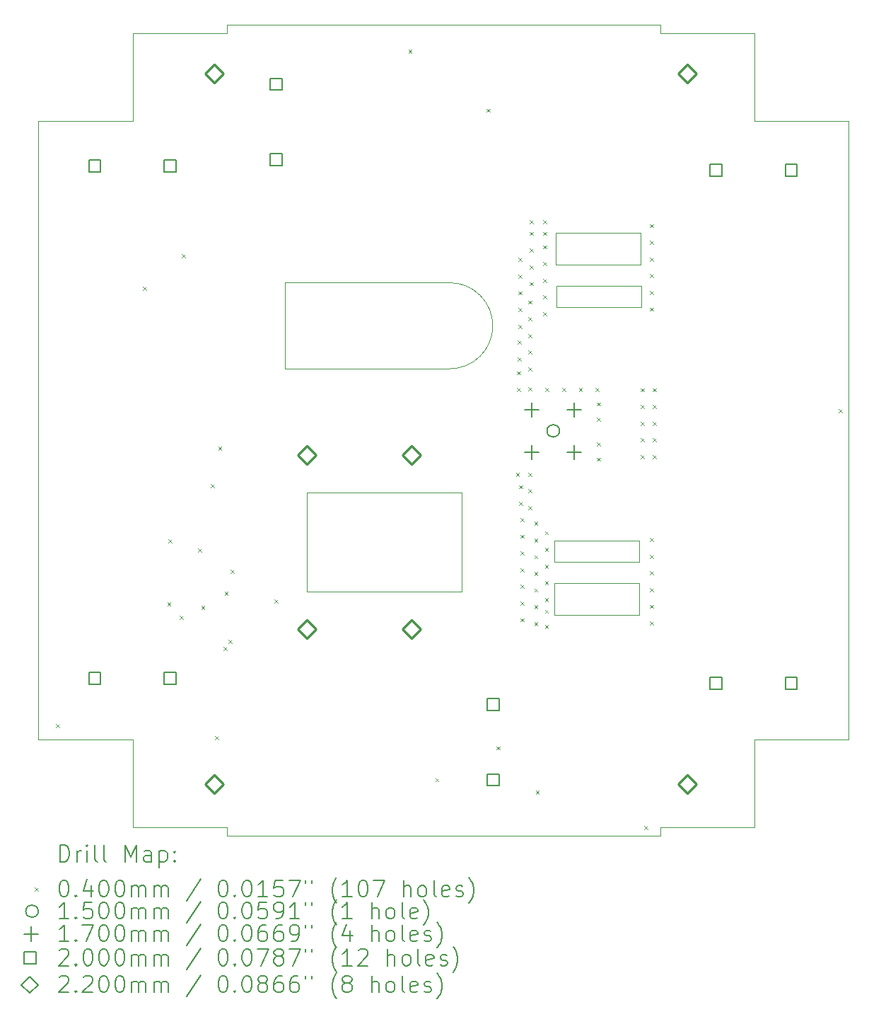
<source format=gbr>
%TF.GenerationSoftware,KiCad,Pcbnew,9.0.1*%
%TF.CreationDate,2025-04-22T22:25:35-07:00*%
%TF.ProjectId,ZPlus_Panel,5a506c75-735f-4506-916e-656c2e6b6963,2.4*%
%TF.SameCoordinates,Original*%
%TF.FileFunction,Drillmap*%
%TF.FilePolarity,Positive*%
%FSLAX45Y45*%
G04 Gerber Fmt 4.5, Leading zero omitted, Abs format (unit mm)*
G04 Created by KiCad (PCBNEW 9.0.1) date 2025-04-22 22:25:35*
%MOMM*%
%LPD*%
G01*
G04 APERTURE LIST*
%ADD10C,0.050000*%
%ADD11C,0.100000*%
%ADD12C,0.200000*%
%ADD13C,0.150000*%
%ADD14C,0.170000*%
%ADD15C,0.220000*%
G04 APERTURE END LIST*
D10*
X18570000Y-4100000D02*
X17445000Y-4100000D01*
X17445000Y-4000000D02*
X17445000Y-4100000D01*
X17445000Y-4000000D02*
X12255000Y-4000000D01*
X18570000Y-13600000D02*
X18570000Y-12550000D01*
X12255000Y-4100000D02*
X11130000Y-4100000D01*
X11130000Y-5150000D02*
X10000000Y-5150000D01*
X16198703Y-7121720D02*
X16198703Y-7375720D01*
X18570000Y-5150000D02*
X18570000Y-4100000D01*
X17194704Y-10173720D02*
X17194704Y-10427720D01*
X17194704Y-10427720D02*
X16178703Y-10427720D01*
X17194200Y-10681720D02*
X16178200Y-10681720D01*
X17214200Y-6867720D02*
X17214200Y-6486720D01*
X16198200Y-6486720D02*
X16198200Y-6867720D01*
X16178703Y-10173720D02*
X17194704Y-10173720D01*
X19700000Y-12550000D02*
X18570000Y-12550000D01*
X11130000Y-12550000D02*
X10000000Y-12550000D01*
X17214704Y-7375720D02*
X17214704Y-7121720D01*
X11130000Y-5150000D02*
X11130000Y-4100000D01*
X16178200Y-11062720D02*
X17194200Y-11062720D01*
X17214200Y-6486720D02*
X16198200Y-6486720D01*
X12255000Y-13700000D02*
X12255000Y-13600000D01*
X10000000Y-5150000D02*
X10000000Y-12550000D01*
X12255000Y-13600000D02*
X11130000Y-13600000D01*
X18570000Y-13600000D02*
X17445000Y-13600000D01*
X16178200Y-10681720D02*
X16178200Y-11062720D01*
X17445000Y-13700000D02*
X12255000Y-13700000D01*
X19700000Y-12550000D02*
X19700000Y-5150000D01*
X16178703Y-10427720D02*
X16178703Y-10173720D01*
X19700000Y-5150000D02*
X18570000Y-5150000D01*
X12255000Y-4100000D02*
X12255000Y-4000000D01*
X17214704Y-7121720D02*
X16198703Y-7121720D01*
X16198200Y-6867720D02*
X17214200Y-6867720D01*
X17445000Y-13600000D02*
X17445000Y-13700000D01*
X16198703Y-7375720D02*
X17214704Y-7375720D01*
X11130000Y-13600000D02*
X11130000Y-12550000D01*
X17194200Y-11062720D02*
X17194200Y-10681720D01*
D11*
X13213800Y-9594320D02*
X15066300Y-9594320D01*
X15066300Y-10784320D01*
X13213800Y-10784320D01*
X13213800Y-9594320D01*
X12947550Y-7086820D02*
X12947550Y-8116820D01*
X12947550Y-7086820D02*
X14925050Y-7086820D01*
X12947550Y-8116820D02*
X14925050Y-8116820D01*
X14925050Y-7086820D02*
G75*
G02*
X14925050Y-8116820I205J-515000D01*
G01*
D12*
D11*
X10211300Y-12366820D02*
X10251300Y-12406820D01*
X10251300Y-12366820D02*
X10211300Y-12406820D01*
X11248800Y-7134320D02*
X11288800Y-7174320D01*
X11288800Y-7134320D02*
X11248800Y-7174320D01*
X11543800Y-10909320D02*
X11583800Y-10949320D01*
X11583800Y-10909320D02*
X11543800Y-10949320D01*
X11553800Y-10159320D02*
X11593800Y-10199320D01*
X11593800Y-10159320D02*
X11553800Y-10199320D01*
X11688800Y-11074320D02*
X11728800Y-11114320D01*
X11728800Y-11074320D02*
X11688800Y-11114320D01*
X11713800Y-6744320D02*
X11753800Y-6784320D01*
X11753800Y-6744320D02*
X11713800Y-6784320D01*
X11913800Y-10269320D02*
X11953800Y-10309320D01*
X11953800Y-10269320D02*
X11913800Y-10309320D01*
X11948800Y-10954320D02*
X11988800Y-10994320D01*
X11988800Y-10954320D02*
X11948800Y-10994320D01*
X12066300Y-9494320D02*
X12106300Y-9534320D01*
X12106300Y-9494320D02*
X12066300Y-9534320D01*
X12113800Y-12509320D02*
X12153800Y-12549320D01*
X12153800Y-12509320D02*
X12113800Y-12549320D01*
X12153800Y-9049320D02*
X12193800Y-9089320D01*
X12193800Y-9049320D02*
X12153800Y-9089320D01*
X12213800Y-11444320D02*
X12253800Y-11484320D01*
X12253800Y-11444320D02*
X12213800Y-11484320D01*
X12228800Y-10784320D02*
X12268800Y-10824320D01*
X12268800Y-10784320D02*
X12228800Y-10824320D01*
X12273800Y-11361820D02*
X12313800Y-11401820D01*
X12313800Y-11361820D02*
X12273800Y-11401820D01*
X12303800Y-10519320D02*
X12343800Y-10559320D01*
X12343800Y-10519320D02*
X12303800Y-10559320D01*
X12828800Y-10879320D02*
X12868800Y-10919320D01*
X12868800Y-10879320D02*
X12828800Y-10919320D01*
X14431300Y-4296820D02*
X14471300Y-4336820D01*
X14471300Y-4296820D02*
X14431300Y-4336820D01*
X14751300Y-13014320D02*
X14791300Y-13054320D01*
X14791300Y-13014320D02*
X14751300Y-13054320D01*
X15368800Y-5004320D02*
X15408800Y-5044320D01*
X15408800Y-5004320D02*
X15368800Y-5044320D01*
X15483800Y-12634320D02*
X15523800Y-12674320D01*
X15523800Y-12634320D02*
X15483800Y-12674320D01*
X15716300Y-9364320D02*
X15756300Y-9404320D01*
X15756300Y-9364320D02*
X15716300Y-9404320D01*
X15731300Y-8146820D02*
X15771300Y-8186820D01*
X15771300Y-8146820D02*
X15731300Y-8186820D01*
X15731300Y-8346820D02*
X15771300Y-8386820D01*
X15771300Y-8346820D02*
X15731300Y-8386820D01*
X15741300Y-7779320D02*
X15781300Y-7819320D01*
X15781300Y-7779320D02*
X15741300Y-7819320D01*
X15741300Y-7979320D02*
X15781300Y-8019320D01*
X15781300Y-7979320D02*
X15741300Y-8019320D01*
X15748800Y-6789320D02*
X15788800Y-6829320D01*
X15788800Y-6789320D02*
X15748800Y-6829320D01*
X15748800Y-6989320D02*
X15788800Y-7029320D01*
X15788800Y-6989320D02*
X15748800Y-7029320D01*
X15748800Y-7189320D02*
X15788800Y-7229320D01*
X15788800Y-7189320D02*
X15748800Y-7229320D01*
X15748800Y-7389320D02*
X15788800Y-7429320D01*
X15788800Y-7389320D02*
X15748800Y-7429320D01*
X15748800Y-7589320D02*
X15788800Y-7629320D01*
X15788800Y-7589320D02*
X15748800Y-7629320D01*
X15756300Y-9509320D02*
X15796300Y-9549320D01*
X15796300Y-9509320D02*
X15756300Y-9549320D01*
X15756300Y-9709320D02*
X15796300Y-9749320D01*
X15796300Y-9709320D02*
X15756300Y-9749320D01*
X15773800Y-9901820D02*
X15813800Y-9941820D01*
X15813800Y-9901820D02*
X15773800Y-9941820D01*
X15773800Y-10101820D02*
X15813800Y-10141820D01*
X15813800Y-10101820D02*
X15773800Y-10141820D01*
X15773800Y-10301820D02*
X15813800Y-10341820D01*
X15813800Y-10301820D02*
X15773800Y-10341820D01*
X15773800Y-10501820D02*
X15813800Y-10541820D01*
X15813800Y-10501820D02*
X15773800Y-10541820D01*
X15773800Y-10701820D02*
X15813800Y-10741820D01*
X15813800Y-10701820D02*
X15773800Y-10741820D01*
X15773800Y-10901820D02*
X15813800Y-10941820D01*
X15813800Y-10901820D02*
X15773800Y-10941820D01*
X15773800Y-11101820D02*
X15813800Y-11141820D01*
X15813800Y-11101820D02*
X15773800Y-11141820D01*
X15863800Y-7299320D02*
X15903800Y-7339320D01*
X15903800Y-7299320D02*
X15863800Y-7339320D01*
X15863800Y-7499320D02*
X15903800Y-7539320D01*
X15903800Y-7499320D02*
X15863800Y-7539320D01*
X15863800Y-7699320D02*
X15903800Y-7739320D01*
X15903800Y-7699320D02*
X15863800Y-7739320D01*
X15863800Y-7899320D02*
X15903800Y-7939320D01*
X15903800Y-7899320D02*
X15863800Y-7939320D01*
X15863800Y-8099320D02*
X15903800Y-8139320D01*
X15903800Y-8099320D02*
X15863800Y-8139320D01*
X15863800Y-8339320D02*
X15903800Y-8379320D01*
X15903800Y-8339320D02*
X15863800Y-8379320D01*
X15863800Y-9359320D02*
X15903800Y-9399320D01*
X15903800Y-9359320D02*
X15863800Y-9399320D01*
X15863800Y-9559320D02*
X15903800Y-9599320D01*
X15903800Y-9559320D02*
X15863800Y-9599320D01*
X15863800Y-9759320D02*
X15903800Y-9799320D01*
X15903800Y-9759320D02*
X15863800Y-9799320D01*
X15883800Y-6339320D02*
X15923800Y-6379320D01*
X15923800Y-6339320D02*
X15883800Y-6379320D01*
X15883800Y-6479320D02*
X15923800Y-6519320D01*
X15923800Y-6479320D02*
X15883800Y-6519320D01*
X15883800Y-6679320D02*
X15923800Y-6719320D01*
X15923800Y-6679320D02*
X15883800Y-6719320D01*
X15883800Y-6879320D02*
X15923800Y-6919320D01*
X15923800Y-6879320D02*
X15883800Y-6919320D01*
X15883800Y-7079320D02*
X15923800Y-7119320D01*
X15923800Y-7079320D02*
X15883800Y-7119320D01*
X15936300Y-9946820D02*
X15976300Y-9986820D01*
X15976300Y-9946820D02*
X15936300Y-9986820D01*
X15936300Y-10146820D02*
X15976300Y-10186820D01*
X15976300Y-10146820D02*
X15936300Y-10186820D01*
X15936300Y-10346820D02*
X15976300Y-10386820D01*
X15976300Y-10346820D02*
X15936300Y-10386820D01*
X15936300Y-10546820D02*
X15976300Y-10586820D01*
X15976300Y-10546820D02*
X15936300Y-10586820D01*
X15936300Y-10746820D02*
X15976300Y-10786820D01*
X15976300Y-10746820D02*
X15936300Y-10786820D01*
X15936300Y-10946820D02*
X15976300Y-10986820D01*
X15976300Y-10946820D02*
X15936300Y-10986820D01*
X15936300Y-11146820D02*
X15976300Y-11186820D01*
X15976300Y-11146820D02*
X15936300Y-11186820D01*
X15953800Y-13164320D02*
X15993800Y-13204320D01*
X15993800Y-13164320D02*
X15953800Y-13204320D01*
X16043800Y-6339320D02*
X16083800Y-6379320D01*
X16083800Y-6339320D02*
X16043800Y-6379320D01*
X16043800Y-6479320D02*
X16083800Y-6519320D01*
X16083800Y-6479320D02*
X16043800Y-6519320D01*
X16043800Y-6639320D02*
X16083800Y-6679320D01*
X16083800Y-6639320D02*
X16043800Y-6679320D01*
X16043800Y-6839320D02*
X16083800Y-6879320D01*
X16083800Y-6839320D02*
X16043800Y-6879320D01*
X16043800Y-7039320D02*
X16083800Y-7079320D01*
X16083800Y-7039320D02*
X16043800Y-7079320D01*
X16043800Y-7239320D02*
X16083800Y-7279320D01*
X16083800Y-7239320D02*
X16043800Y-7279320D01*
X16043800Y-7439320D02*
X16083800Y-7479320D01*
X16083800Y-7439320D02*
X16043800Y-7479320D01*
X16063800Y-10059320D02*
X16103800Y-10099320D01*
X16103800Y-10059320D02*
X16063800Y-10099320D01*
X16063800Y-10259320D02*
X16103800Y-10299320D01*
X16103800Y-10259320D02*
X16063800Y-10299320D01*
X16063800Y-10459320D02*
X16103800Y-10499320D01*
X16103800Y-10459320D02*
X16063800Y-10499320D01*
X16063800Y-10659320D02*
X16103800Y-10699320D01*
X16103800Y-10659320D02*
X16063800Y-10699320D01*
X16063800Y-10859320D02*
X16103800Y-10899320D01*
X16103800Y-10859320D02*
X16063800Y-10899320D01*
X16063800Y-10999320D02*
X16103800Y-11039320D01*
X16103800Y-10999320D02*
X16063800Y-11039320D01*
X16063800Y-11179320D02*
X16103800Y-11219320D01*
X16103800Y-11179320D02*
X16063800Y-11219320D01*
X16071200Y-8346920D02*
X16111200Y-8386920D01*
X16111200Y-8346920D02*
X16071200Y-8386920D01*
X16271200Y-8346920D02*
X16311200Y-8386920D01*
X16311200Y-8346920D02*
X16271200Y-8386920D01*
X16471200Y-8346920D02*
X16511200Y-8386920D01*
X16511200Y-8346920D02*
X16471200Y-8386920D01*
X16671200Y-8346920D02*
X16711200Y-8386920D01*
X16711200Y-8346920D02*
X16671200Y-8386920D01*
X16683800Y-8519320D02*
X16723800Y-8559320D01*
X16723800Y-8519320D02*
X16683800Y-8559320D01*
X16683800Y-8699320D02*
X16723800Y-8739320D01*
X16723800Y-8699320D02*
X16683800Y-8739320D01*
X16683800Y-8999320D02*
X16723800Y-9039320D01*
X16723800Y-8999320D02*
X16683800Y-9039320D01*
X16683800Y-9179320D02*
X16723800Y-9219320D01*
X16723800Y-9179320D02*
X16683800Y-9219320D01*
X17211300Y-8349320D02*
X17251300Y-8389320D01*
X17251300Y-8349320D02*
X17211300Y-8389320D01*
X17211300Y-8549320D02*
X17251300Y-8589320D01*
X17251300Y-8549320D02*
X17211300Y-8589320D01*
X17211300Y-8749320D02*
X17251300Y-8789320D01*
X17251300Y-8749320D02*
X17211300Y-8789320D01*
X17211300Y-8949320D02*
X17251300Y-8989320D01*
X17251300Y-8949320D02*
X17211300Y-8989320D01*
X17211300Y-9149320D02*
X17251300Y-9189320D01*
X17251300Y-9149320D02*
X17211300Y-9189320D01*
X17256300Y-13589320D02*
X17296300Y-13629320D01*
X17296300Y-13589320D02*
X17256300Y-13629320D01*
X17319000Y-6384920D02*
X17359000Y-6424920D01*
X17359000Y-6384920D02*
X17319000Y-6424920D01*
X17319000Y-6584920D02*
X17359000Y-6624920D01*
X17359000Y-6584920D02*
X17319000Y-6624920D01*
X17319000Y-6784920D02*
X17359000Y-6824920D01*
X17359000Y-6784920D02*
X17319000Y-6824920D01*
X17319000Y-6984920D02*
X17359000Y-7024920D01*
X17359000Y-6984920D02*
X17319000Y-7024920D01*
X17319000Y-7184920D02*
X17359000Y-7224920D01*
X17359000Y-7184920D02*
X17319000Y-7224920D01*
X17319000Y-7384920D02*
X17359000Y-7424920D01*
X17359000Y-7384920D02*
X17319000Y-7424920D01*
X17319000Y-10140920D02*
X17359000Y-10180920D01*
X17359000Y-10140920D02*
X17319000Y-10180920D01*
X17319000Y-10340920D02*
X17359000Y-10380920D01*
X17359000Y-10340920D02*
X17319000Y-10380920D01*
X17319000Y-10540920D02*
X17359000Y-10580920D01*
X17359000Y-10540920D02*
X17319000Y-10580920D01*
X17319000Y-10740920D02*
X17359000Y-10780920D01*
X17359000Y-10740920D02*
X17319000Y-10780920D01*
X17319000Y-10940920D02*
X17359000Y-10980920D01*
X17359000Y-10940920D02*
X17319000Y-10980920D01*
X17319000Y-11140920D02*
X17359000Y-11180920D01*
X17359000Y-11140920D02*
X17319000Y-11180920D01*
X17353800Y-8349320D02*
X17393800Y-8389320D01*
X17393800Y-8349320D02*
X17353800Y-8389320D01*
X17353800Y-8549320D02*
X17393800Y-8589320D01*
X17393800Y-8549320D02*
X17353800Y-8589320D01*
X17353800Y-8749320D02*
X17393800Y-8789320D01*
X17393800Y-8749320D02*
X17353800Y-8789320D01*
X17353800Y-8949320D02*
X17393800Y-8989320D01*
X17393800Y-8949320D02*
X17353800Y-8989320D01*
X17353800Y-9149320D02*
X17393800Y-9189320D01*
X17393800Y-9149320D02*
X17353800Y-9189320D01*
X19583800Y-8601820D02*
X19623800Y-8641820D01*
X19623800Y-8601820D02*
X19583800Y-8641820D01*
D13*
X16238800Y-8859320D02*
G75*
G02*
X16088800Y-8859320I-75000J0D01*
G01*
X16088800Y-8859320D02*
G75*
G02*
X16238800Y-8859320I75000J0D01*
G01*
D14*
X15909800Y-8520320D02*
X15909800Y-8690320D01*
X15824800Y-8605320D02*
X15994800Y-8605320D01*
X15909800Y-9028320D02*
X15909800Y-9198320D01*
X15824800Y-9113320D02*
X15994800Y-9113320D01*
X16417800Y-8520320D02*
X16417800Y-8690320D01*
X16332800Y-8605320D02*
X16502800Y-8605320D01*
X16417800Y-9028320D02*
X16417800Y-9198320D01*
X16332800Y-9113320D02*
X16502800Y-9113320D01*
D12*
X10744511Y-5760031D02*
X10744511Y-5618609D01*
X10603089Y-5618609D01*
X10603089Y-5760031D01*
X10744511Y-5760031D01*
X10744511Y-11890031D02*
X10744511Y-11748609D01*
X10603089Y-11748609D01*
X10603089Y-11890031D01*
X10744511Y-11890031D01*
X11644511Y-5760031D02*
X11644511Y-5618609D01*
X11503089Y-5618609D01*
X11503089Y-5760031D01*
X11644511Y-5760031D01*
X11644511Y-11890031D02*
X11644511Y-11748609D01*
X11503089Y-11748609D01*
X11503089Y-11890031D01*
X11644511Y-11890031D01*
X12917011Y-4782531D02*
X12917011Y-4641109D01*
X12775589Y-4641109D01*
X12775589Y-4782531D01*
X12917011Y-4782531D01*
X12917011Y-5682531D02*
X12917011Y-5541109D01*
X12775589Y-5541109D01*
X12775589Y-5682531D01*
X12917011Y-5682531D01*
X15514511Y-12205711D02*
X15514511Y-12064289D01*
X15373089Y-12064289D01*
X15373089Y-12205711D01*
X15514511Y-12205711D01*
X15514511Y-13105711D02*
X15514511Y-12964289D01*
X15373089Y-12964289D01*
X15373089Y-13105711D01*
X15514511Y-13105711D01*
X18184511Y-5810031D02*
X18184511Y-5668609D01*
X18043089Y-5668609D01*
X18043089Y-5810031D01*
X18184511Y-5810031D01*
X18184511Y-11950031D02*
X18184511Y-11808609D01*
X18043089Y-11808609D01*
X18043089Y-11950031D01*
X18184511Y-11950031D01*
X19084511Y-5810031D02*
X19084511Y-5668609D01*
X18943089Y-5668609D01*
X18943089Y-5810031D01*
X19084511Y-5810031D01*
X19084511Y-11950031D02*
X19084511Y-11808609D01*
X18943089Y-11808609D01*
X18943089Y-11950031D01*
X19084511Y-11950031D01*
D15*
X12102600Y-4698583D02*
X12212600Y-4588583D01*
X12102600Y-4478583D01*
X11992600Y-4588583D01*
X12102600Y-4698583D01*
X12102600Y-13198583D02*
X12212600Y-13088583D01*
X12102600Y-12978583D01*
X11992600Y-13088583D01*
X12102600Y-13198583D01*
X13216300Y-9259320D02*
X13326300Y-9149320D01*
X13216300Y-9039320D01*
X13106300Y-9149320D01*
X13216300Y-9259320D01*
X13216300Y-11339320D02*
X13326300Y-11229320D01*
X13216300Y-11119320D01*
X13106300Y-11229320D01*
X13216300Y-11339320D01*
X14466300Y-9259320D02*
X14576300Y-9149320D01*
X14466300Y-9039320D01*
X14356300Y-9149320D01*
X14466300Y-9259320D01*
X14466300Y-11339320D02*
X14576300Y-11229320D01*
X14466300Y-11119320D01*
X14356300Y-11229320D01*
X14466300Y-11339320D01*
X17770000Y-4698583D02*
X17880000Y-4588583D01*
X17770000Y-4478583D01*
X17660000Y-4588583D01*
X17770000Y-4698583D01*
X17770000Y-13198583D02*
X17880000Y-13088583D01*
X17770000Y-12978583D01*
X17660000Y-13088583D01*
X17770000Y-13198583D01*
D12*
X10258277Y-14013984D02*
X10258277Y-13813984D01*
X10258277Y-13813984D02*
X10305896Y-13813984D01*
X10305896Y-13813984D02*
X10334467Y-13823508D01*
X10334467Y-13823508D02*
X10353515Y-13842555D01*
X10353515Y-13842555D02*
X10363039Y-13861603D01*
X10363039Y-13861603D02*
X10372563Y-13899698D01*
X10372563Y-13899698D02*
X10372563Y-13928269D01*
X10372563Y-13928269D02*
X10363039Y-13966365D01*
X10363039Y-13966365D02*
X10353515Y-13985412D01*
X10353515Y-13985412D02*
X10334467Y-14004460D01*
X10334467Y-14004460D02*
X10305896Y-14013984D01*
X10305896Y-14013984D02*
X10258277Y-14013984D01*
X10458277Y-14013984D02*
X10458277Y-13880650D01*
X10458277Y-13918746D02*
X10467801Y-13899698D01*
X10467801Y-13899698D02*
X10477324Y-13890174D01*
X10477324Y-13890174D02*
X10496372Y-13880650D01*
X10496372Y-13880650D02*
X10515420Y-13880650D01*
X10582086Y-14013984D02*
X10582086Y-13880650D01*
X10582086Y-13813984D02*
X10572563Y-13823508D01*
X10572563Y-13823508D02*
X10582086Y-13833031D01*
X10582086Y-13833031D02*
X10591610Y-13823508D01*
X10591610Y-13823508D02*
X10582086Y-13813984D01*
X10582086Y-13813984D02*
X10582086Y-13833031D01*
X10705896Y-14013984D02*
X10686848Y-14004460D01*
X10686848Y-14004460D02*
X10677324Y-13985412D01*
X10677324Y-13985412D02*
X10677324Y-13813984D01*
X10810658Y-14013984D02*
X10791610Y-14004460D01*
X10791610Y-14004460D02*
X10782086Y-13985412D01*
X10782086Y-13985412D02*
X10782086Y-13813984D01*
X11039229Y-14013984D02*
X11039229Y-13813984D01*
X11039229Y-13813984D02*
X11105896Y-13956841D01*
X11105896Y-13956841D02*
X11172563Y-13813984D01*
X11172563Y-13813984D02*
X11172563Y-14013984D01*
X11353515Y-14013984D02*
X11353515Y-13909222D01*
X11353515Y-13909222D02*
X11343991Y-13890174D01*
X11343991Y-13890174D02*
X11324943Y-13880650D01*
X11324943Y-13880650D02*
X11286848Y-13880650D01*
X11286848Y-13880650D02*
X11267801Y-13890174D01*
X11353515Y-14004460D02*
X11334467Y-14013984D01*
X11334467Y-14013984D02*
X11286848Y-14013984D01*
X11286848Y-14013984D02*
X11267801Y-14004460D01*
X11267801Y-14004460D02*
X11258277Y-13985412D01*
X11258277Y-13985412D02*
X11258277Y-13966365D01*
X11258277Y-13966365D02*
X11267801Y-13947317D01*
X11267801Y-13947317D02*
X11286848Y-13937793D01*
X11286848Y-13937793D02*
X11334467Y-13937793D01*
X11334467Y-13937793D02*
X11353515Y-13928269D01*
X11448753Y-13880650D02*
X11448753Y-14080650D01*
X11448753Y-13890174D02*
X11467801Y-13880650D01*
X11467801Y-13880650D02*
X11505896Y-13880650D01*
X11505896Y-13880650D02*
X11524943Y-13890174D01*
X11524943Y-13890174D02*
X11534467Y-13899698D01*
X11534467Y-13899698D02*
X11543991Y-13918746D01*
X11543991Y-13918746D02*
X11543991Y-13975888D01*
X11543991Y-13975888D02*
X11534467Y-13994936D01*
X11534467Y-13994936D02*
X11524943Y-14004460D01*
X11524943Y-14004460D02*
X11505896Y-14013984D01*
X11505896Y-14013984D02*
X11467801Y-14013984D01*
X11467801Y-14013984D02*
X11448753Y-14004460D01*
X11629705Y-13994936D02*
X11639229Y-14004460D01*
X11639229Y-14004460D02*
X11629705Y-14013984D01*
X11629705Y-14013984D02*
X11620182Y-14004460D01*
X11620182Y-14004460D02*
X11629705Y-13994936D01*
X11629705Y-13994936D02*
X11629705Y-14013984D01*
X11629705Y-13890174D02*
X11639229Y-13899698D01*
X11639229Y-13899698D02*
X11629705Y-13909222D01*
X11629705Y-13909222D02*
X11620182Y-13899698D01*
X11620182Y-13899698D02*
X11629705Y-13890174D01*
X11629705Y-13890174D02*
X11629705Y-13909222D01*
D11*
X9957500Y-14322500D02*
X9997500Y-14362500D01*
X9997500Y-14322500D02*
X9957500Y-14362500D01*
D12*
X10296372Y-14233984D02*
X10315420Y-14233984D01*
X10315420Y-14233984D02*
X10334467Y-14243508D01*
X10334467Y-14243508D02*
X10343991Y-14253031D01*
X10343991Y-14253031D02*
X10353515Y-14272079D01*
X10353515Y-14272079D02*
X10363039Y-14310174D01*
X10363039Y-14310174D02*
X10363039Y-14357793D01*
X10363039Y-14357793D02*
X10353515Y-14395888D01*
X10353515Y-14395888D02*
X10343991Y-14414936D01*
X10343991Y-14414936D02*
X10334467Y-14424460D01*
X10334467Y-14424460D02*
X10315420Y-14433984D01*
X10315420Y-14433984D02*
X10296372Y-14433984D01*
X10296372Y-14433984D02*
X10277324Y-14424460D01*
X10277324Y-14424460D02*
X10267801Y-14414936D01*
X10267801Y-14414936D02*
X10258277Y-14395888D01*
X10258277Y-14395888D02*
X10248753Y-14357793D01*
X10248753Y-14357793D02*
X10248753Y-14310174D01*
X10248753Y-14310174D02*
X10258277Y-14272079D01*
X10258277Y-14272079D02*
X10267801Y-14253031D01*
X10267801Y-14253031D02*
X10277324Y-14243508D01*
X10277324Y-14243508D02*
X10296372Y-14233984D01*
X10448753Y-14414936D02*
X10458277Y-14424460D01*
X10458277Y-14424460D02*
X10448753Y-14433984D01*
X10448753Y-14433984D02*
X10439229Y-14424460D01*
X10439229Y-14424460D02*
X10448753Y-14414936D01*
X10448753Y-14414936D02*
X10448753Y-14433984D01*
X10629705Y-14300650D02*
X10629705Y-14433984D01*
X10582086Y-14224460D02*
X10534467Y-14367317D01*
X10534467Y-14367317D02*
X10658277Y-14367317D01*
X10772563Y-14233984D02*
X10791610Y-14233984D01*
X10791610Y-14233984D02*
X10810658Y-14243508D01*
X10810658Y-14243508D02*
X10820182Y-14253031D01*
X10820182Y-14253031D02*
X10829705Y-14272079D01*
X10829705Y-14272079D02*
X10839229Y-14310174D01*
X10839229Y-14310174D02*
X10839229Y-14357793D01*
X10839229Y-14357793D02*
X10829705Y-14395888D01*
X10829705Y-14395888D02*
X10820182Y-14414936D01*
X10820182Y-14414936D02*
X10810658Y-14424460D01*
X10810658Y-14424460D02*
X10791610Y-14433984D01*
X10791610Y-14433984D02*
X10772563Y-14433984D01*
X10772563Y-14433984D02*
X10753515Y-14424460D01*
X10753515Y-14424460D02*
X10743991Y-14414936D01*
X10743991Y-14414936D02*
X10734467Y-14395888D01*
X10734467Y-14395888D02*
X10724944Y-14357793D01*
X10724944Y-14357793D02*
X10724944Y-14310174D01*
X10724944Y-14310174D02*
X10734467Y-14272079D01*
X10734467Y-14272079D02*
X10743991Y-14253031D01*
X10743991Y-14253031D02*
X10753515Y-14243508D01*
X10753515Y-14243508D02*
X10772563Y-14233984D01*
X10963039Y-14233984D02*
X10982086Y-14233984D01*
X10982086Y-14233984D02*
X11001134Y-14243508D01*
X11001134Y-14243508D02*
X11010658Y-14253031D01*
X11010658Y-14253031D02*
X11020182Y-14272079D01*
X11020182Y-14272079D02*
X11029705Y-14310174D01*
X11029705Y-14310174D02*
X11029705Y-14357793D01*
X11029705Y-14357793D02*
X11020182Y-14395888D01*
X11020182Y-14395888D02*
X11010658Y-14414936D01*
X11010658Y-14414936D02*
X11001134Y-14424460D01*
X11001134Y-14424460D02*
X10982086Y-14433984D01*
X10982086Y-14433984D02*
X10963039Y-14433984D01*
X10963039Y-14433984D02*
X10943991Y-14424460D01*
X10943991Y-14424460D02*
X10934467Y-14414936D01*
X10934467Y-14414936D02*
X10924944Y-14395888D01*
X10924944Y-14395888D02*
X10915420Y-14357793D01*
X10915420Y-14357793D02*
X10915420Y-14310174D01*
X10915420Y-14310174D02*
X10924944Y-14272079D01*
X10924944Y-14272079D02*
X10934467Y-14253031D01*
X10934467Y-14253031D02*
X10943991Y-14243508D01*
X10943991Y-14243508D02*
X10963039Y-14233984D01*
X11115420Y-14433984D02*
X11115420Y-14300650D01*
X11115420Y-14319698D02*
X11124944Y-14310174D01*
X11124944Y-14310174D02*
X11143991Y-14300650D01*
X11143991Y-14300650D02*
X11172563Y-14300650D01*
X11172563Y-14300650D02*
X11191610Y-14310174D01*
X11191610Y-14310174D02*
X11201134Y-14329222D01*
X11201134Y-14329222D02*
X11201134Y-14433984D01*
X11201134Y-14329222D02*
X11210658Y-14310174D01*
X11210658Y-14310174D02*
X11229705Y-14300650D01*
X11229705Y-14300650D02*
X11258277Y-14300650D01*
X11258277Y-14300650D02*
X11277324Y-14310174D01*
X11277324Y-14310174D02*
X11286848Y-14329222D01*
X11286848Y-14329222D02*
X11286848Y-14433984D01*
X11382086Y-14433984D02*
X11382086Y-14300650D01*
X11382086Y-14319698D02*
X11391610Y-14310174D01*
X11391610Y-14310174D02*
X11410658Y-14300650D01*
X11410658Y-14300650D02*
X11439229Y-14300650D01*
X11439229Y-14300650D02*
X11458277Y-14310174D01*
X11458277Y-14310174D02*
X11467801Y-14329222D01*
X11467801Y-14329222D02*
X11467801Y-14433984D01*
X11467801Y-14329222D02*
X11477324Y-14310174D01*
X11477324Y-14310174D02*
X11496372Y-14300650D01*
X11496372Y-14300650D02*
X11524943Y-14300650D01*
X11524943Y-14300650D02*
X11543991Y-14310174D01*
X11543991Y-14310174D02*
X11553515Y-14329222D01*
X11553515Y-14329222D02*
X11553515Y-14433984D01*
X11943991Y-14224460D02*
X11772563Y-14481603D01*
X12201134Y-14233984D02*
X12220182Y-14233984D01*
X12220182Y-14233984D02*
X12239229Y-14243508D01*
X12239229Y-14243508D02*
X12248753Y-14253031D01*
X12248753Y-14253031D02*
X12258277Y-14272079D01*
X12258277Y-14272079D02*
X12267801Y-14310174D01*
X12267801Y-14310174D02*
X12267801Y-14357793D01*
X12267801Y-14357793D02*
X12258277Y-14395888D01*
X12258277Y-14395888D02*
X12248753Y-14414936D01*
X12248753Y-14414936D02*
X12239229Y-14424460D01*
X12239229Y-14424460D02*
X12220182Y-14433984D01*
X12220182Y-14433984D02*
X12201134Y-14433984D01*
X12201134Y-14433984D02*
X12182086Y-14424460D01*
X12182086Y-14424460D02*
X12172563Y-14414936D01*
X12172563Y-14414936D02*
X12163039Y-14395888D01*
X12163039Y-14395888D02*
X12153515Y-14357793D01*
X12153515Y-14357793D02*
X12153515Y-14310174D01*
X12153515Y-14310174D02*
X12163039Y-14272079D01*
X12163039Y-14272079D02*
X12172563Y-14253031D01*
X12172563Y-14253031D02*
X12182086Y-14243508D01*
X12182086Y-14243508D02*
X12201134Y-14233984D01*
X12353515Y-14414936D02*
X12363039Y-14424460D01*
X12363039Y-14424460D02*
X12353515Y-14433984D01*
X12353515Y-14433984D02*
X12343991Y-14424460D01*
X12343991Y-14424460D02*
X12353515Y-14414936D01*
X12353515Y-14414936D02*
X12353515Y-14433984D01*
X12486848Y-14233984D02*
X12505896Y-14233984D01*
X12505896Y-14233984D02*
X12524944Y-14243508D01*
X12524944Y-14243508D02*
X12534467Y-14253031D01*
X12534467Y-14253031D02*
X12543991Y-14272079D01*
X12543991Y-14272079D02*
X12553515Y-14310174D01*
X12553515Y-14310174D02*
X12553515Y-14357793D01*
X12553515Y-14357793D02*
X12543991Y-14395888D01*
X12543991Y-14395888D02*
X12534467Y-14414936D01*
X12534467Y-14414936D02*
X12524944Y-14424460D01*
X12524944Y-14424460D02*
X12505896Y-14433984D01*
X12505896Y-14433984D02*
X12486848Y-14433984D01*
X12486848Y-14433984D02*
X12467801Y-14424460D01*
X12467801Y-14424460D02*
X12458277Y-14414936D01*
X12458277Y-14414936D02*
X12448753Y-14395888D01*
X12448753Y-14395888D02*
X12439229Y-14357793D01*
X12439229Y-14357793D02*
X12439229Y-14310174D01*
X12439229Y-14310174D02*
X12448753Y-14272079D01*
X12448753Y-14272079D02*
X12458277Y-14253031D01*
X12458277Y-14253031D02*
X12467801Y-14243508D01*
X12467801Y-14243508D02*
X12486848Y-14233984D01*
X12743991Y-14433984D02*
X12629706Y-14433984D01*
X12686848Y-14433984D02*
X12686848Y-14233984D01*
X12686848Y-14233984D02*
X12667801Y-14262555D01*
X12667801Y-14262555D02*
X12648753Y-14281603D01*
X12648753Y-14281603D02*
X12629706Y-14291127D01*
X12924944Y-14233984D02*
X12829706Y-14233984D01*
X12829706Y-14233984D02*
X12820182Y-14329222D01*
X12820182Y-14329222D02*
X12829706Y-14319698D01*
X12829706Y-14319698D02*
X12848753Y-14310174D01*
X12848753Y-14310174D02*
X12896372Y-14310174D01*
X12896372Y-14310174D02*
X12915420Y-14319698D01*
X12915420Y-14319698D02*
X12924944Y-14329222D01*
X12924944Y-14329222D02*
X12934467Y-14348269D01*
X12934467Y-14348269D02*
X12934467Y-14395888D01*
X12934467Y-14395888D02*
X12924944Y-14414936D01*
X12924944Y-14414936D02*
X12915420Y-14424460D01*
X12915420Y-14424460D02*
X12896372Y-14433984D01*
X12896372Y-14433984D02*
X12848753Y-14433984D01*
X12848753Y-14433984D02*
X12829706Y-14424460D01*
X12829706Y-14424460D02*
X12820182Y-14414936D01*
X13001134Y-14233984D02*
X13134467Y-14233984D01*
X13134467Y-14233984D02*
X13048753Y-14433984D01*
X13201134Y-14233984D02*
X13201134Y-14272079D01*
X13277325Y-14233984D02*
X13277325Y-14272079D01*
X13572563Y-14510174D02*
X13563039Y-14500650D01*
X13563039Y-14500650D02*
X13543991Y-14472079D01*
X13543991Y-14472079D02*
X13534468Y-14453031D01*
X13534468Y-14453031D02*
X13524944Y-14424460D01*
X13524944Y-14424460D02*
X13515420Y-14376841D01*
X13515420Y-14376841D02*
X13515420Y-14338746D01*
X13515420Y-14338746D02*
X13524944Y-14291127D01*
X13524944Y-14291127D02*
X13534468Y-14262555D01*
X13534468Y-14262555D02*
X13543991Y-14243508D01*
X13543991Y-14243508D02*
X13563039Y-14214936D01*
X13563039Y-14214936D02*
X13572563Y-14205412D01*
X13753515Y-14433984D02*
X13639229Y-14433984D01*
X13696372Y-14433984D02*
X13696372Y-14233984D01*
X13696372Y-14233984D02*
X13677325Y-14262555D01*
X13677325Y-14262555D02*
X13658277Y-14281603D01*
X13658277Y-14281603D02*
X13639229Y-14291127D01*
X13877325Y-14233984D02*
X13896372Y-14233984D01*
X13896372Y-14233984D02*
X13915420Y-14243508D01*
X13915420Y-14243508D02*
X13924944Y-14253031D01*
X13924944Y-14253031D02*
X13934468Y-14272079D01*
X13934468Y-14272079D02*
X13943991Y-14310174D01*
X13943991Y-14310174D02*
X13943991Y-14357793D01*
X13943991Y-14357793D02*
X13934468Y-14395888D01*
X13934468Y-14395888D02*
X13924944Y-14414936D01*
X13924944Y-14414936D02*
X13915420Y-14424460D01*
X13915420Y-14424460D02*
X13896372Y-14433984D01*
X13896372Y-14433984D02*
X13877325Y-14433984D01*
X13877325Y-14433984D02*
X13858277Y-14424460D01*
X13858277Y-14424460D02*
X13848753Y-14414936D01*
X13848753Y-14414936D02*
X13839229Y-14395888D01*
X13839229Y-14395888D02*
X13829706Y-14357793D01*
X13829706Y-14357793D02*
X13829706Y-14310174D01*
X13829706Y-14310174D02*
X13839229Y-14272079D01*
X13839229Y-14272079D02*
X13848753Y-14253031D01*
X13848753Y-14253031D02*
X13858277Y-14243508D01*
X13858277Y-14243508D02*
X13877325Y-14233984D01*
X14010658Y-14233984D02*
X14143991Y-14233984D01*
X14143991Y-14233984D02*
X14058277Y-14433984D01*
X14372563Y-14433984D02*
X14372563Y-14233984D01*
X14458277Y-14433984D02*
X14458277Y-14329222D01*
X14458277Y-14329222D02*
X14448753Y-14310174D01*
X14448753Y-14310174D02*
X14429706Y-14300650D01*
X14429706Y-14300650D02*
X14401134Y-14300650D01*
X14401134Y-14300650D02*
X14382087Y-14310174D01*
X14382087Y-14310174D02*
X14372563Y-14319698D01*
X14582087Y-14433984D02*
X14563039Y-14424460D01*
X14563039Y-14424460D02*
X14553515Y-14414936D01*
X14553515Y-14414936D02*
X14543991Y-14395888D01*
X14543991Y-14395888D02*
X14543991Y-14338746D01*
X14543991Y-14338746D02*
X14553515Y-14319698D01*
X14553515Y-14319698D02*
X14563039Y-14310174D01*
X14563039Y-14310174D02*
X14582087Y-14300650D01*
X14582087Y-14300650D02*
X14610658Y-14300650D01*
X14610658Y-14300650D02*
X14629706Y-14310174D01*
X14629706Y-14310174D02*
X14639230Y-14319698D01*
X14639230Y-14319698D02*
X14648753Y-14338746D01*
X14648753Y-14338746D02*
X14648753Y-14395888D01*
X14648753Y-14395888D02*
X14639230Y-14414936D01*
X14639230Y-14414936D02*
X14629706Y-14424460D01*
X14629706Y-14424460D02*
X14610658Y-14433984D01*
X14610658Y-14433984D02*
X14582087Y-14433984D01*
X14763039Y-14433984D02*
X14743991Y-14424460D01*
X14743991Y-14424460D02*
X14734468Y-14405412D01*
X14734468Y-14405412D02*
X14734468Y-14233984D01*
X14915420Y-14424460D02*
X14896372Y-14433984D01*
X14896372Y-14433984D02*
X14858277Y-14433984D01*
X14858277Y-14433984D02*
X14839230Y-14424460D01*
X14839230Y-14424460D02*
X14829706Y-14405412D01*
X14829706Y-14405412D02*
X14829706Y-14329222D01*
X14829706Y-14329222D02*
X14839230Y-14310174D01*
X14839230Y-14310174D02*
X14858277Y-14300650D01*
X14858277Y-14300650D02*
X14896372Y-14300650D01*
X14896372Y-14300650D02*
X14915420Y-14310174D01*
X14915420Y-14310174D02*
X14924944Y-14329222D01*
X14924944Y-14329222D02*
X14924944Y-14348269D01*
X14924944Y-14348269D02*
X14829706Y-14367317D01*
X15001134Y-14424460D02*
X15020182Y-14433984D01*
X15020182Y-14433984D02*
X15058277Y-14433984D01*
X15058277Y-14433984D02*
X15077325Y-14424460D01*
X15077325Y-14424460D02*
X15086849Y-14405412D01*
X15086849Y-14405412D02*
X15086849Y-14395888D01*
X15086849Y-14395888D02*
X15077325Y-14376841D01*
X15077325Y-14376841D02*
X15058277Y-14367317D01*
X15058277Y-14367317D02*
X15029706Y-14367317D01*
X15029706Y-14367317D02*
X15010658Y-14357793D01*
X15010658Y-14357793D02*
X15001134Y-14338746D01*
X15001134Y-14338746D02*
X15001134Y-14329222D01*
X15001134Y-14329222D02*
X15010658Y-14310174D01*
X15010658Y-14310174D02*
X15029706Y-14300650D01*
X15029706Y-14300650D02*
X15058277Y-14300650D01*
X15058277Y-14300650D02*
X15077325Y-14310174D01*
X15153515Y-14510174D02*
X15163039Y-14500650D01*
X15163039Y-14500650D02*
X15182087Y-14472079D01*
X15182087Y-14472079D02*
X15191611Y-14453031D01*
X15191611Y-14453031D02*
X15201134Y-14424460D01*
X15201134Y-14424460D02*
X15210658Y-14376841D01*
X15210658Y-14376841D02*
X15210658Y-14338746D01*
X15210658Y-14338746D02*
X15201134Y-14291127D01*
X15201134Y-14291127D02*
X15191611Y-14262555D01*
X15191611Y-14262555D02*
X15182087Y-14243508D01*
X15182087Y-14243508D02*
X15163039Y-14214936D01*
X15163039Y-14214936D02*
X15153515Y-14205412D01*
D13*
X9997500Y-14606500D02*
G75*
G02*
X9847500Y-14606500I-75000J0D01*
G01*
X9847500Y-14606500D02*
G75*
G02*
X9997500Y-14606500I75000J0D01*
G01*
D12*
X10363039Y-14697984D02*
X10248753Y-14697984D01*
X10305896Y-14697984D02*
X10305896Y-14497984D01*
X10305896Y-14497984D02*
X10286848Y-14526555D01*
X10286848Y-14526555D02*
X10267801Y-14545603D01*
X10267801Y-14545603D02*
X10248753Y-14555127D01*
X10448753Y-14678936D02*
X10458277Y-14688460D01*
X10458277Y-14688460D02*
X10448753Y-14697984D01*
X10448753Y-14697984D02*
X10439229Y-14688460D01*
X10439229Y-14688460D02*
X10448753Y-14678936D01*
X10448753Y-14678936D02*
X10448753Y-14697984D01*
X10639229Y-14497984D02*
X10543991Y-14497984D01*
X10543991Y-14497984D02*
X10534467Y-14593222D01*
X10534467Y-14593222D02*
X10543991Y-14583698D01*
X10543991Y-14583698D02*
X10563039Y-14574174D01*
X10563039Y-14574174D02*
X10610658Y-14574174D01*
X10610658Y-14574174D02*
X10629705Y-14583698D01*
X10629705Y-14583698D02*
X10639229Y-14593222D01*
X10639229Y-14593222D02*
X10648753Y-14612269D01*
X10648753Y-14612269D02*
X10648753Y-14659888D01*
X10648753Y-14659888D02*
X10639229Y-14678936D01*
X10639229Y-14678936D02*
X10629705Y-14688460D01*
X10629705Y-14688460D02*
X10610658Y-14697984D01*
X10610658Y-14697984D02*
X10563039Y-14697984D01*
X10563039Y-14697984D02*
X10543991Y-14688460D01*
X10543991Y-14688460D02*
X10534467Y-14678936D01*
X10772563Y-14497984D02*
X10791610Y-14497984D01*
X10791610Y-14497984D02*
X10810658Y-14507508D01*
X10810658Y-14507508D02*
X10820182Y-14517031D01*
X10820182Y-14517031D02*
X10829705Y-14536079D01*
X10829705Y-14536079D02*
X10839229Y-14574174D01*
X10839229Y-14574174D02*
X10839229Y-14621793D01*
X10839229Y-14621793D02*
X10829705Y-14659888D01*
X10829705Y-14659888D02*
X10820182Y-14678936D01*
X10820182Y-14678936D02*
X10810658Y-14688460D01*
X10810658Y-14688460D02*
X10791610Y-14697984D01*
X10791610Y-14697984D02*
X10772563Y-14697984D01*
X10772563Y-14697984D02*
X10753515Y-14688460D01*
X10753515Y-14688460D02*
X10743991Y-14678936D01*
X10743991Y-14678936D02*
X10734467Y-14659888D01*
X10734467Y-14659888D02*
X10724944Y-14621793D01*
X10724944Y-14621793D02*
X10724944Y-14574174D01*
X10724944Y-14574174D02*
X10734467Y-14536079D01*
X10734467Y-14536079D02*
X10743991Y-14517031D01*
X10743991Y-14517031D02*
X10753515Y-14507508D01*
X10753515Y-14507508D02*
X10772563Y-14497984D01*
X10963039Y-14497984D02*
X10982086Y-14497984D01*
X10982086Y-14497984D02*
X11001134Y-14507508D01*
X11001134Y-14507508D02*
X11010658Y-14517031D01*
X11010658Y-14517031D02*
X11020182Y-14536079D01*
X11020182Y-14536079D02*
X11029705Y-14574174D01*
X11029705Y-14574174D02*
X11029705Y-14621793D01*
X11029705Y-14621793D02*
X11020182Y-14659888D01*
X11020182Y-14659888D02*
X11010658Y-14678936D01*
X11010658Y-14678936D02*
X11001134Y-14688460D01*
X11001134Y-14688460D02*
X10982086Y-14697984D01*
X10982086Y-14697984D02*
X10963039Y-14697984D01*
X10963039Y-14697984D02*
X10943991Y-14688460D01*
X10943991Y-14688460D02*
X10934467Y-14678936D01*
X10934467Y-14678936D02*
X10924944Y-14659888D01*
X10924944Y-14659888D02*
X10915420Y-14621793D01*
X10915420Y-14621793D02*
X10915420Y-14574174D01*
X10915420Y-14574174D02*
X10924944Y-14536079D01*
X10924944Y-14536079D02*
X10934467Y-14517031D01*
X10934467Y-14517031D02*
X10943991Y-14507508D01*
X10943991Y-14507508D02*
X10963039Y-14497984D01*
X11115420Y-14697984D02*
X11115420Y-14564650D01*
X11115420Y-14583698D02*
X11124944Y-14574174D01*
X11124944Y-14574174D02*
X11143991Y-14564650D01*
X11143991Y-14564650D02*
X11172563Y-14564650D01*
X11172563Y-14564650D02*
X11191610Y-14574174D01*
X11191610Y-14574174D02*
X11201134Y-14593222D01*
X11201134Y-14593222D02*
X11201134Y-14697984D01*
X11201134Y-14593222D02*
X11210658Y-14574174D01*
X11210658Y-14574174D02*
X11229705Y-14564650D01*
X11229705Y-14564650D02*
X11258277Y-14564650D01*
X11258277Y-14564650D02*
X11277324Y-14574174D01*
X11277324Y-14574174D02*
X11286848Y-14593222D01*
X11286848Y-14593222D02*
X11286848Y-14697984D01*
X11382086Y-14697984D02*
X11382086Y-14564650D01*
X11382086Y-14583698D02*
X11391610Y-14574174D01*
X11391610Y-14574174D02*
X11410658Y-14564650D01*
X11410658Y-14564650D02*
X11439229Y-14564650D01*
X11439229Y-14564650D02*
X11458277Y-14574174D01*
X11458277Y-14574174D02*
X11467801Y-14593222D01*
X11467801Y-14593222D02*
X11467801Y-14697984D01*
X11467801Y-14593222D02*
X11477324Y-14574174D01*
X11477324Y-14574174D02*
X11496372Y-14564650D01*
X11496372Y-14564650D02*
X11524943Y-14564650D01*
X11524943Y-14564650D02*
X11543991Y-14574174D01*
X11543991Y-14574174D02*
X11553515Y-14593222D01*
X11553515Y-14593222D02*
X11553515Y-14697984D01*
X11943991Y-14488460D02*
X11772563Y-14745603D01*
X12201134Y-14497984D02*
X12220182Y-14497984D01*
X12220182Y-14497984D02*
X12239229Y-14507508D01*
X12239229Y-14507508D02*
X12248753Y-14517031D01*
X12248753Y-14517031D02*
X12258277Y-14536079D01*
X12258277Y-14536079D02*
X12267801Y-14574174D01*
X12267801Y-14574174D02*
X12267801Y-14621793D01*
X12267801Y-14621793D02*
X12258277Y-14659888D01*
X12258277Y-14659888D02*
X12248753Y-14678936D01*
X12248753Y-14678936D02*
X12239229Y-14688460D01*
X12239229Y-14688460D02*
X12220182Y-14697984D01*
X12220182Y-14697984D02*
X12201134Y-14697984D01*
X12201134Y-14697984D02*
X12182086Y-14688460D01*
X12182086Y-14688460D02*
X12172563Y-14678936D01*
X12172563Y-14678936D02*
X12163039Y-14659888D01*
X12163039Y-14659888D02*
X12153515Y-14621793D01*
X12153515Y-14621793D02*
X12153515Y-14574174D01*
X12153515Y-14574174D02*
X12163039Y-14536079D01*
X12163039Y-14536079D02*
X12172563Y-14517031D01*
X12172563Y-14517031D02*
X12182086Y-14507508D01*
X12182086Y-14507508D02*
X12201134Y-14497984D01*
X12353515Y-14678936D02*
X12363039Y-14688460D01*
X12363039Y-14688460D02*
X12353515Y-14697984D01*
X12353515Y-14697984D02*
X12343991Y-14688460D01*
X12343991Y-14688460D02*
X12353515Y-14678936D01*
X12353515Y-14678936D02*
X12353515Y-14697984D01*
X12486848Y-14497984D02*
X12505896Y-14497984D01*
X12505896Y-14497984D02*
X12524944Y-14507508D01*
X12524944Y-14507508D02*
X12534467Y-14517031D01*
X12534467Y-14517031D02*
X12543991Y-14536079D01*
X12543991Y-14536079D02*
X12553515Y-14574174D01*
X12553515Y-14574174D02*
X12553515Y-14621793D01*
X12553515Y-14621793D02*
X12543991Y-14659888D01*
X12543991Y-14659888D02*
X12534467Y-14678936D01*
X12534467Y-14678936D02*
X12524944Y-14688460D01*
X12524944Y-14688460D02*
X12505896Y-14697984D01*
X12505896Y-14697984D02*
X12486848Y-14697984D01*
X12486848Y-14697984D02*
X12467801Y-14688460D01*
X12467801Y-14688460D02*
X12458277Y-14678936D01*
X12458277Y-14678936D02*
X12448753Y-14659888D01*
X12448753Y-14659888D02*
X12439229Y-14621793D01*
X12439229Y-14621793D02*
X12439229Y-14574174D01*
X12439229Y-14574174D02*
X12448753Y-14536079D01*
X12448753Y-14536079D02*
X12458277Y-14517031D01*
X12458277Y-14517031D02*
X12467801Y-14507508D01*
X12467801Y-14507508D02*
X12486848Y-14497984D01*
X12734467Y-14497984D02*
X12639229Y-14497984D01*
X12639229Y-14497984D02*
X12629706Y-14593222D01*
X12629706Y-14593222D02*
X12639229Y-14583698D01*
X12639229Y-14583698D02*
X12658277Y-14574174D01*
X12658277Y-14574174D02*
X12705896Y-14574174D01*
X12705896Y-14574174D02*
X12724944Y-14583698D01*
X12724944Y-14583698D02*
X12734467Y-14593222D01*
X12734467Y-14593222D02*
X12743991Y-14612269D01*
X12743991Y-14612269D02*
X12743991Y-14659888D01*
X12743991Y-14659888D02*
X12734467Y-14678936D01*
X12734467Y-14678936D02*
X12724944Y-14688460D01*
X12724944Y-14688460D02*
X12705896Y-14697984D01*
X12705896Y-14697984D02*
X12658277Y-14697984D01*
X12658277Y-14697984D02*
X12639229Y-14688460D01*
X12639229Y-14688460D02*
X12629706Y-14678936D01*
X12839229Y-14697984D02*
X12877325Y-14697984D01*
X12877325Y-14697984D02*
X12896372Y-14688460D01*
X12896372Y-14688460D02*
X12905896Y-14678936D01*
X12905896Y-14678936D02*
X12924944Y-14650365D01*
X12924944Y-14650365D02*
X12934467Y-14612269D01*
X12934467Y-14612269D02*
X12934467Y-14536079D01*
X12934467Y-14536079D02*
X12924944Y-14517031D01*
X12924944Y-14517031D02*
X12915420Y-14507508D01*
X12915420Y-14507508D02*
X12896372Y-14497984D01*
X12896372Y-14497984D02*
X12858277Y-14497984D01*
X12858277Y-14497984D02*
X12839229Y-14507508D01*
X12839229Y-14507508D02*
X12829706Y-14517031D01*
X12829706Y-14517031D02*
X12820182Y-14536079D01*
X12820182Y-14536079D02*
X12820182Y-14583698D01*
X12820182Y-14583698D02*
X12829706Y-14602746D01*
X12829706Y-14602746D02*
X12839229Y-14612269D01*
X12839229Y-14612269D02*
X12858277Y-14621793D01*
X12858277Y-14621793D02*
X12896372Y-14621793D01*
X12896372Y-14621793D02*
X12915420Y-14612269D01*
X12915420Y-14612269D02*
X12924944Y-14602746D01*
X12924944Y-14602746D02*
X12934467Y-14583698D01*
X13124944Y-14697984D02*
X13010658Y-14697984D01*
X13067801Y-14697984D02*
X13067801Y-14497984D01*
X13067801Y-14497984D02*
X13048753Y-14526555D01*
X13048753Y-14526555D02*
X13029706Y-14545603D01*
X13029706Y-14545603D02*
X13010658Y-14555127D01*
X13201134Y-14497984D02*
X13201134Y-14536079D01*
X13277325Y-14497984D02*
X13277325Y-14536079D01*
X13572563Y-14774174D02*
X13563039Y-14764650D01*
X13563039Y-14764650D02*
X13543991Y-14736079D01*
X13543991Y-14736079D02*
X13534468Y-14717031D01*
X13534468Y-14717031D02*
X13524944Y-14688460D01*
X13524944Y-14688460D02*
X13515420Y-14640841D01*
X13515420Y-14640841D02*
X13515420Y-14602746D01*
X13515420Y-14602746D02*
X13524944Y-14555127D01*
X13524944Y-14555127D02*
X13534468Y-14526555D01*
X13534468Y-14526555D02*
X13543991Y-14507508D01*
X13543991Y-14507508D02*
X13563039Y-14478936D01*
X13563039Y-14478936D02*
X13572563Y-14469412D01*
X13753515Y-14697984D02*
X13639229Y-14697984D01*
X13696372Y-14697984D02*
X13696372Y-14497984D01*
X13696372Y-14497984D02*
X13677325Y-14526555D01*
X13677325Y-14526555D02*
X13658277Y-14545603D01*
X13658277Y-14545603D02*
X13639229Y-14555127D01*
X13991610Y-14697984D02*
X13991610Y-14497984D01*
X14077325Y-14697984D02*
X14077325Y-14593222D01*
X14077325Y-14593222D02*
X14067801Y-14574174D01*
X14067801Y-14574174D02*
X14048753Y-14564650D01*
X14048753Y-14564650D02*
X14020182Y-14564650D01*
X14020182Y-14564650D02*
X14001134Y-14574174D01*
X14001134Y-14574174D02*
X13991610Y-14583698D01*
X14201134Y-14697984D02*
X14182087Y-14688460D01*
X14182087Y-14688460D02*
X14172563Y-14678936D01*
X14172563Y-14678936D02*
X14163039Y-14659888D01*
X14163039Y-14659888D02*
X14163039Y-14602746D01*
X14163039Y-14602746D02*
X14172563Y-14583698D01*
X14172563Y-14583698D02*
X14182087Y-14574174D01*
X14182087Y-14574174D02*
X14201134Y-14564650D01*
X14201134Y-14564650D02*
X14229706Y-14564650D01*
X14229706Y-14564650D02*
X14248753Y-14574174D01*
X14248753Y-14574174D02*
X14258277Y-14583698D01*
X14258277Y-14583698D02*
X14267801Y-14602746D01*
X14267801Y-14602746D02*
X14267801Y-14659888D01*
X14267801Y-14659888D02*
X14258277Y-14678936D01*
X14258277Y-14678936D02*
X14248753Y-14688460D01*
X14248753Y-14688460D02*
X14229706Y-14697984D01*
X14229706Y-14697984D02*
X14201134Y-14697984D01*
X14382087Y-14697984D02*
X14363039Y-14688460D01*
X14363039Y-14688460D02*
X14353515Y-14669412D01*
X14353515Y-14669412D02*
X14353515Y-14497984D01*
X14534468Y-14688460D02*
X14515420Y-14697984D01*
X14515420Y-14697984D02*
X14477325Y-14697984D01*
X14477325Y-14697984D02*
X14458277Y-14688460D01*
X14458277Y-14688460D02*
X14448753Y-14669412D01*
X14448753Y-14669412D02*
X14448753Y-14593222D01*
X14448753Y-14593222D02*
X14458277Y-14574174D01*
X14458277Y-14574174D02*
X14477325Y-14564650D01*
X14477325Y-14564650D02*
X14515420Y-14564650D01*
X14515420Y-14564650D02*
X14534468Y-14574174D01*
X14534468Y-14574174D02*
X14543991Y-14593222D01*
X14543991Y-14593222D02*
X14543991Y-14612269D01*
X14543991Y-14612269D02*
X14448753Y-14631317D01*
X14610658Y-14774174D02*
X14620182Y-14764650D01*
X14620182Y-14764650D02*
X14639230Y-14736079D01*
X14639230Y-14736079D02*
X14648753Y-14717031D01*
X14648753Y-14717031D02*
X14658277Y-14688460D01*
X14658277Y-14688460D02*
X14667801Y-14640841D01*
X14667801Y-14640841D02*
X14667801Y-14602746D01*
X14667801Y-14602746D02*
X14658277Y-14555127D01*
X14658277Y-14555127D02*
X14648753Y-14526555D01*
X14648753Y-14526555D02*
X14639230Y-14507508D01*
X14639230Y-14507508D02*
X14620182Y-14478936D01*
X14620182Y-14478936D02*
X14610658Y-14469412D01*
D14*
X9912500Y-14791500D02*
X9912500Y-14961500D01*
X9827500Y-14876500D02*
X9997500Y-14876500D01*
D12*
X10363039Y-14967984D02*
X10248753Y-14967984D01*
X10305896Y-14967984D02*
X10305896Y-14767984D01*
X10305896Y-14767984D02*
X10286848Y-14796555D01*
X10286848Y-14796555D02*
X10267801Y-14815603D01*
X10267801Y-14815603D02*
X10248753Y-14825127D01*
X10448753Y-14948936D02*
X10458277Y-14958460D01*
X10458277Y-14958460D02*
X10448753Y-14967984D01*
X10448753Y-14967984D02*
X10439229Y-14958460D01*
X10439229Y-14958460D02*
X10448753Y-14948936D01*
X10448753Y-14948936D02*
X10448753Y-14967984D01*
X10524944Y-14767984D02*
X10658277Y-14767984D01*
X10658277Y-14767984D02*
X10572563Y-14967984D01*
X10772563Y-14767984D02*
X10791610Y-14767984D01*
X10791610Y-14767984D02*
X10810658Y-14777508D01*
X10810658Y-14777508D02*
X10820182Y-14787031D01*
X10820182Y-14787031D02*
X10829705Y-14806079D01*
X10829705Y-14806079D02*
X10839229Y-14844174D01*
X10839229Y-14844174D02*
X10839229Y-14891793D01*
X10839229Y-14891793D02*
X10829705Y-14929888D01*
X10829705Y-14929888D02*
X10820182Y-14948936D01*
X10820182Y-14948936D02*
X10810658Y-14958460D01*
X10810658Y-14958460D02*
X10791610Y-14967984D01*
X10791610Y-14967984D02*
X10772563Y-14967984D01*
X10772563Y-14967984D02*
X10753515Y-14958460D01*
X10753515Y-14958460D02*
X10743991Y-14948936D01*
X10743991Y-14948936D02*
X10734467Y-14929888D01*
X10734467Y-14929888D02*
X10724944Y-14891793D01*
X10724944Y-14891793D02*
X10724944Y-14844174D01*
X10724944Y-14844174D02*
X10734467Y-14806079D01*
X10734467Y-14806079D02*
X10743991Y-14787031D01*
X10743991Y-14787031D02*
X10753515Y-14777508D01*
X10753515Y-14777508D02*
X10772563Y-14767984D01*
X10963039Y-14767984D02*
X10982086Y-14767984D01*
X10982086Y-14767984D02*
X11001134Y-14777508D01*
X11001134Y-14777508D02*
X11010658Y-14787031D01*
X11010658Y-14787031D02*
X11020182Y-14806079D01*
X11020182Y-14806079D02*
X11029705Y-14844174D01*
X11029705Y-14844174D02*
X11029705Y-14891793D01*
X11029705Y-14891793D02*
X11020182Y-14929888D01*
X11020182Y-14929888D02*
X11010658Y-14948936D01*
X11010658Y-14948936D02*
X11001134Y-14958460D01*
X11001134Y-14958460D02*
X10982086Y-14967984D01*
X10982086Y-14967984D02*
X10963039Y-14967984D01*
X10963039Y-14967984D02*
X10943991Y-14958460D01*
X10943991Y-14958460D02*
X10934467Y-14948936D01*
X10934467Y-14948936D02*
X10924944Y-14929888D01*
X10924944Y-14929888D02*
X10915420Y-14891793D01*
X10915420Y-14891793D02*
X10915420Y-14844174D01*
X10915420Y-14844174D02*
X10924944Y-14806079D01*
X10924944Y-14806079D02*
X10934467Y-14787031D01*
X10934467Y-14787031D02*
X10943991Y-14777508D01*
X10943991Y-14777508D02*
X10963039Y-14767984D01*
X11115420Y-14967984D02*
X11115420Y-14834650D01*
X11115420Y-14853698D02*
X11124944Y-14844174D01*
X11124944Y-14844174D02*
X11143991Y-14834650D01*
X11143991Y-14834650D02*
X11172563Y-14834650D01*
X11172563Y-14834650D02*
X11191610Y-14844174D01*
X11191610Y-14844174D02*
X11201134Y-14863222D01*
X11201134Y-14863222D02*
X11201134Y-14967984D01*
X11201134Y-14863222D02*
X11210658Y-14844174D01*
X11210658Y-14844174D02*
X11229705Y-14834650D01*
X11229705Y-14834650D02*
X11258277Y-14834650D01*
X11258277Y-14834650D02*
X11277324Y-14844174D01*
X11277324Y-14844174D02*
X11286848Y-14863222D01*
X11286848Y-14863222D02*
X11286848Y-14967984D01*
X11382086Y-14967984D02*
X11382086Y-14834650D01*
X11382086Y-14853698D02*
X11391610Y-14844174D01*
X11391610Y-14844174D02*
X11410658Y-14834650D01*
X11410658Y-14834650D02*
X11439229Y-14834650D01*
X11439229Y-14834650D02*
X11458277Y-14844174D01*
X11458277Y-14844174D02*
X11467801Y-14863222D01*
X11467801Y-14863222D02*
X11467801Y-14967984D01*
X11467801Y-14863222D02*
X11477324Y-14844174D01*
X11477324Y-14844174D02*
X11496372Y-14834650D01*
X11496372Y-14834650D02*
X11524943Y-14834650D01*
X11524943Y-14834650D02*
X11543991Y-14844174D01*
X11543991Y-14844174D02*
X11553515Y-14863222D01*
X11553515Y-14863222D02*
X11553515Y-14967984D01*
X11943991Y-14758460D02*
X11772563Y-15015603D01*
X12201134Y-14767984D02*
X12220182Y-14767984D01*
X12220182Y-14767984D02*
X12239229Y-14777508D01*
X12239229Y-14777508D02*
X12248753Y-14787031D01*
X12248753Y-14787031D02*
X12258277Y-14806079D01*
X12258277Y-14806079D02*
X12267801Y-14844174D01*
X12267801Y-14844174D02*
X12267801Y-14891793D01*
X12267801Y-14891793D02*
X12258277Y-14929888D01*
X12258277Y-14929888D02*
X12248753Y-14948936D01*
X12248753Y-14948936D02*
X12239229Y-14958460D01*
X12239229Y-14958460D02*
X12220182Y-14967984D01*
X12220182Y-14967984D02*
X12201134Y-14967984D01*
X12201134Y-14967984D02*
X12182086Y-14958460D01*
X12182086Y-14958460D02*
X12172563Y-14948936D01*
X12172563Y-14948936D02*
X12163039Y-14929888D01*
X12163039Y-14929888D02*
X12153515Y-14891793D01*
X12153515Y-14891793D02*
X12153515Y-14844174D01*
X12153515Y-14844174D02*
X12163039Y-14806079D01*
X12163039Y-14806079D02*
X12172563Y-14787031D01*
X12172563Y-14787031D02*
X12182086Y-14777508D01*
X12182086Y-14777508D02*
X12201134Y-14767984D01*
X12353515Y-14948936D02*
X12363039Y-14958460D01*
X12363039Y-14958460D02*
X12353515Y-14967984D01*
X12353515Y-14967984D02*
X12343991Y-14958460D01*
X12343991Y-14958460D02*
X12353515Y-14948936D01*
X12353515Y-14948936D02*
X12353515Y-14967984D01*
X12486848Y-14767984D02*
X12505896Y-14767984D01*
X12505896Y-14767984D02*
X12524944Y-14777508D01*
X12524944Y-14777508D02*
X12534467Y-14787031D01*
X12534467Y-14787031D02*
X12543991Y-14806079D01*
X12543991Y-14806079D02*
X12553515Y-14844174D01*
X12553515Y-14844174D02*
X12553515Y-14891793D01*
X12553515Y-14891793D02*
X12543991Y-14929888D01*
X12543991Y-14929888D02*
X12534467Y-14948936D01*
X12534467Y-14948936D02*
X12524944Y-14958460D01*
X12524944Y-14958460D02*
X12505896Y-14967984D01*
X12505896Y-14967984D02*
X12486848Y-14967984D01*
X12486848Y-14967984D02*
X12467801Y-14958460D01*
X12467801Y-14958460D02*
X12458277Y-14948936D01*
X12458277Y-14948936D02*
X12448753Y-14929888D01*
X12448753Y-14929888D02*
X12439229Y-14891793D01*
X12439229Y-14891793D02*
X12439229Y-14844174D01*
X12439229Y-14844174D02*
X12448753Y-14806079D01*
X12448753Y-14806079D02*
X12458277Y-14787031D01*
X12458277Y-14787031D02*
X12467801Y-14777508D01*
X12467801Y-14777508D02*
X12486848Y-14767984D01*
X12724944Y-14767984D02*
X12686848Y-14767984D01*
X12686848Y-14767984D02*
X12667801Y-14777508D01*
X12667801Y-14777508D02*
X12658277Y-14787031D01*
X12658277Y-14787031D02*
X12639229Y-14815603D01*
X12639229Y-14815603D02*
X12629706Y-14853698D01*
X12629706Y-14853698D02*
X12629706Y-14929888D01*
X12629706Y-14929888D02*
X12639229Y-14948936D01*
X12639229Y-14948936D02*
X12648753Y-14958460D01*
X12648753Y-14958460D02*
X12667801Y-14967984D01*
X12667801Y-14967984D02*
X12705896Y-14967984D01*
X12705896Y-14967984D02*
X12724944Y-14958460D01*
X12724944Y-14958460D02*
X12734467Y-14948936D01*
X12734467Y-14948936D02*
X12743991Y-14929888D01*
X12743991Y-14929888D02*
X12743991Y-14882269D01*
X12743991Y-14882269D02*
X12734467Y-14863222D01*
X12734467Y-14863222D02*
X12724944Y-14853698D01*
X12724944Y-14853698D02*
X12705896Y-14844174D01*
X12705896Y-14844174D02*
X12667801Y-14844174D01*
X12667801Y-14844174D02*
X12648753Y-14853698D01*
X12648753Y-14853698D02*
X12639229Y-14863222D01*
X12639229Y-14863222D02*
X12629706Y-14882269D01*
X12915420Y-14767984D02*
X12877325Y-14767984D01*
X12877325Y-14767984D02*
X12858277Y-14777508D01*
X12858277Y-14777508D02*
X12848753Y-14787031D01*
X12848753Y-14787031D02*
X12829706Y-14815603D01*
X12829706Y-14815603D02*
X12820182Y-14853698D01*
X12820182Y-14853698D02*
X12820182Y-14929888D01*
X12820182Y-14929888D02*
X12829706Y-14948936D01*
X12829706Y-14948936D02*
X12839229Y-14958460D01*
X12839229Y-14958460D02*
X12858277Y-14967984D01*
X12858277Y-14967984D02*
X12896372Y-14967984D01*
X12896372Y-14967984D02*
X12915420Y-14958460D01*
X12915420Y-14958460D02*
X12924944Y-14948936D01*
X12924944Y-14948936D02*
X12934467Y-14929888D01*
X12934467Y-14929888D02*
X12934467Y-14882269D01*
X12934467Y-14882269D02*
X12924944Y-14863222D01*
X12924944Y-14863222D02*
X12915420Y-14853698D01*
X12915420Y-14853698D02*
X12896372Y-14844174D01*
X12896372Y-14844174D02*
X12858277Y-14844174D01*
X12858277Y-14844174D02*
X12839229Y-14853698D01*
X12839229Y-14853698D02*
X12829706Y-14863222D01*
X12829706Y-14863222D02*
X12820182Y-14882269D01*
X13029706Y-14967984D02*
X13067801Y-14967984D01*
X13067801Y-14967984D02*
X13086848Y-14958460D01*
X13086848Y-14958460D02*
X13096372Y-14948936D01*
X13096372Y-14948936D02*
X13115420Y-14920365D01*
X13115420Y-14920365D02*
X13124944Y-14882269D01*
X13124944Y-14882269D02*
X13124944Y-14806079D01*
X13124944Y-14806079D02*
X13115420Y-14787031D01*
X13115420Y-14787031D02*
X13105896Y-14777508D01*
X13105896Y-14777508D02*
X13086848Y-14767984D01*
X13086848Y-14767984D02*
X13048753Y-14767984D01*
X13048753Y-14767984D02*
X13029706Y-14777508D01*
X13029706Y-14777508D02*
X13020182Y-14787031D01*
X13020182Y-14787031D02*
X13010658Y-14806079D01*
X13010658Y-14806079D02*
X13010658Y-14853698D01*
X13010658Y-14853698D02*
X13020182Y-14872746D01*
X13020182Y-14872746D02*
X13029706Y-14882269D01*
X13029706Y-14882269D02*
X13048753Y-14891793D01*
X13048753Y-14891793D02*
X13086848Y-14891793D01*
X13086848Y-14891793D02*
X13105896Y-14882269D01*
X13105896Y-14882269D02*
X13115420Y-14872746D01*
X13115420Y-14872746D02*
X13124944Y-14853698D01*
X13201134Y-14767984D02*
X13201134Y-14806079D01*
X13277325Y-14767984D02*
X13277325Y-14806079D01*
X13572563Y-15044174D02*
X13563039Y-15034650D01*
X13563039Y-15034650D02*
X13543991Y-15006079D01*
X13543991Y-15006079D02*
X13534468Y-14987031D01*
X13534468Y-14987031D02*
X13524944Y-14958460D01*
X13524944Y-14958460D02*
X13515420Y-14910841D01*
X13515420Y-14910841D02*
X13515420Y-14872746D01*
X13515420Y-14872746D02*
X13524944Y-14825127D01*
X13524944Y-14825127D02*
X13534468Y-14796555D01*
X13534468Y-14796555D02*
X13543991Y-14777508D01*
X13543991Y-14777508D02*
X13563039Y-14748936D01*
X13563039Y-14748936D02*
X13572563Y-14739412D01*
X13734468Y-14834650D02*
X13734468Y-14967984D01*
X13686848Y-14758460D02*
X13639229Y-14901317D01*
X13639229Y-14901317D02*
X13763039Y-14901317D01*
X13991610Y-14967984D02*
X13991610Y-14767984D01*
X14077325Y-14967984D02*
X14077325Y-14863222D01*
X14077325Y-14863222D02*
X14067801Y-14844174D01*
X14067801Y-14844174D02*
X14048753Y-14834650D01*
X14048753Y-14834650D02*
X14020182Y-14834650D01*
X14020182Y-14834650D02*
X14001134Y-14844174D01*
X14001134Y-14844174D02*
X13991610Y-14853698D01*
X14201134Y-14967984D02*
X14182087Y-14958460D01*
X14182087Y-14958460D02*
X14172563Y-14948936D01*
X14172563Y-14948936D02*
X14163039Y-14929888D01*
X14163039Y-14929888D02*
X14163039Y-14872746D01*
X14163039Y-14872746D02*
X14172563Y-14853698D01*
X14172563Y-14853698D02*
X14182087Y-14844174D01*
X14182087Y-14844174D02*
X14201134Y-14834650D01*
X14201134Y-14834650D02*
X14229706Y-14834650D01*
X14229706Y-14834650D02*
X14248753Y-14844174D01*
X14248753Y-14844174D02*
X14258277Y-14853698D01*
X14258277Y-14853698D02*
X14267801Y-14872746D01*
X14267801Y-14872746D02*
X14267801Y-14929888D01*
X14267801Y-14929888D02*
X14258277Y-14948936D01*
X14258277Y-14948936D02*
X14248753Y-14958460D01*
X14248753Y-14958460D02*
X14229706Y-14967984D01*
X14229706Y-14967984D02*
X14201134Y-14967984D01*
X14382087Y-14967984D02*
X14363039Y-14958460D01*
X14363039Y-14958460D02*
X14353515Y-14939412D01*
X14353515Y-14939412D02*
X14353515Y-14767984D01*
X14534468Y-14958460D02*
X14515420Y-14967984D01*
X14515420Y-14967984D02*
X14477325Y-14967984D01*
X14477325Y-14967984D02*
X14458277Y-14958460D01*
X14458277Y-14958460D02*
X14448753Y-14939412D01*
X14448753Y-14939412D02*
X14448753Y-14863222D01*
X14448753Y-14863222D02*
X14458277Y-14844174D01*
X14458277Y-14844174D02*
X14477325Y-14834650D01*
X14477325Y-14834650D02*
X14515420Y-14834650D01*
X14515420Y-14834650D02*
X14534468Y-14844174D01*
X14534468Y-14844174D02*
X14543991Y-14863222D01*
X14543991Y-14863222D02*
X14543991Y-14882269D01*
X14543991Y-14882269D02*
X14448753Y-14901317D01*
X14620182Y-14958460D02*
X14639230Y-14967984D01*
X14639230Y-14967984D02*
X14677325Y-14967984D01*
X14677325Y-14967984D02*
X14696372Y-14958460D01*
X14696372Y-14958460D02*
X14705896Y-14939412D01*
X14705896Y-14939412D02*
X14705896Y-14929888D01*
X14705896Y-14929888D02*
X14696372Y-14910841D01*
X14696372Y-14910841D02*
X14677325Y-14901317D01*
X14677325Y-14901317D02*
X14648753Y-14901317D01*
X14648753Y-14901317D02*
X14629706Y-14891793D01*
X14629706Y-14891793D02*
X14620182Y-14872746D01*
X14620182Y-14872746D02*
X14620182Y-14863222D01*
X14620182Y-14863222D02*
X14629706Y-14844174D01*
X14629706Y-14844174D02*
X14648753Y-14834650D01*
X14648753Y-14834650D02*
X14677325Y-14834650D01*
X14677325Y-14834650D02*
X14696372Y-14844174D01*
X14772563Y-15044174D02*
X14782087Y-15034650D01*
X14782087Y-15034650D02*
X14801134Y-15006079D01*
X14801134Y-15006079D02*
X14810658Y-14987031D01*
X14810658Y-14987031D02*
X14820182Y-14958460D01*
X14820182Y-14958460D02*
X14829706Y-14910841D01*
X14829706Y-14910841D02*
X14829706Y-14872746D01*
X14829706Y-14872746D02*
X14820182Y-14825127D01*
X14820182Y-14825127D02*
X14810658Y-14796555D01*
X14810658Y-14796555D02*
X14801134Y-14777508D01*
X14801134Y-14777508D02*
X14782087Y-14748936D01*
X14782087Y-14748936D02*
X14772563Y-14739412D01*
X9968211Y-15237211D02*
X9968211Y-15095789D01*
X9826789Y-15095789D01*
X9826789Y-15237211D01*
X9968211Y-15237211D01*
X10248753Y-15077031D02*
X10258277Y-15067508D01*
X10258277Y-15067508D02*
X10277324Y-15057984D01*
X10277324Y-15057984D02*
X10324944Y-15057984D01*
X10324944Y-15057984D02*
X10343991Y-15067508D01*
X10343991Y-15067508D02*
X10353515Y-15077031D01*
X10353515Y-15077031D02*
X10363039Y-15096079D01*
X10363039Y-15096079D02*
X10363039Y-15115127D01*
X10363039Y-15115127D02*
X10353515Y-15143698D01*
X10353515Y-15143698D02*
X10239229Y-15257984D01*
X10239229Y-15257984D02*
X10363039Y-15257984D01*
X10448753Y-15238936D02*
X10458277Y-15248460D01*
X10458277Y-15248460D02*
X10448753Y-15257984D01*
X10448753Y-15257984D02*
X10439229Y-15248460D01*
X10439229Y-15248460D02*
X10448753Y-15238936D01*
X10448753Y-15238936D02*
X10448753Y-15257984D01*
X10582086Y-15057984D02*
X10601134Y-15057984D01*
X10601134Y-15057984D02*
X10620182Y-15067508D01*
X10620182Y-15067508D02*
X10629705Y-15077031D01*
X10629705Y-15077031D02*
X10639229Y-15096079D01*
X10639229Y-15096079D02*
X10648753Y-15134174D01*
X10648753Y-15134174D02*
X10648753Y-15181793D01*
X10648753Y-15181793D02*
X10639229Y-15219888D01*
X10639229Y-15219888D02*
X10629705Y-15238936D01*
X10629705Y-15238936D02*
X10620182Y-15248460D01*
X10620182Y-15248460D02*
X10601134Y-15257984D01*
X10601134Y-15257984D02*
X10582086Y-15257984D01*
X10582086Y-15257984D02*
X10563039Y-15248460D01*
X10563039Y-15248460D02*
X10553515Y-15238936D01*
X10553515Y-15238936D02*
X10543991Y-15219888D01*
X10543991Y-15219888D02*
X10534467Y-15181793D01*
X10534467Y-15181793D02*
X10534467Y-15134174D01*
X10534467Y-15134174D02*
X10543991Y-15096079D01*
X10543991Y-15096079D02*
X10553515Y-15077031D01*
X10553515Y-15077031D02*
X10563039Y-15067508D01*
X10563039Y-15067508D02*
X10582086Y-15057984D01*
X10772563Y-15057984D02*
X10791610Y-15057984D01*
X10791610Y-15057984D02*
X10810658Y-15067508D01*
X10810658Y-15067508D02*
X10820182Y-15077031D01*
X10820182Y-15077031D02*
X10829705Y-15096079D01*
X10829705Y-15096079D02*
X10839229Y-15134174D01*
X10839229Y-15134174D02*
X10839229Y-15181793D01*
X10839229Y-15181793D02*
X10829705Y-15219888D01*
X10829705Y-15219888D02*
X10820182Y-15238936D01*
X10820182Y-15238936D02*
X10810658Y-15248460D01*
X10810658Y-15248460D02*
X10791610Y-15257984D01*
X10791610Y-15257984D02*
X10772563Y-15257984D01*
X10772563Y-15257984D02*
X10753515Y-15248460D01*
X10753515Y-15248460D02*
X10743991Y-15238936D01*
X10743991Y-15238936D02*
X10734467Y-15219888D01*
X10734467Y-15219888D02*
X10724944Y-15181793D01*
X10724944Y-15181793D02*
X10724944Y-15134174D01*
X10724944Y-15134174D02*
X10734467Y-15096079D01*
X10734467Y-15096079D02*
X10743991Y-15077031D01*
X10743991Y-15077031D02*
X10753515Y-15067508D01*
X10753515Y-15067508D02*
X10772563Y-15057984D01*
X10963039Y-15057984D02*
X10982086Y-15057984D01*
X10982086Y-15057984D02*
X11001134Y-15067508D01*
X11001134Y-15067508D02*
X11010658Y-15077031D01*
X11010658Y-15077031D02*
X11020182Y-15096079D01*
X11020182Y-15096079D02*
X11029705Y-15134174D01*
X11029705Y-15134174D02*
X11029705Y-15181793D01*
X11029705Y-15181793D02*
X11020182Y-15219888D01*
X11020182Y-15219888D02*
X11010658Y-15238936D01*
X11010658Y-15238936D02*
X11001134Y-15248460D01*
X11001134Y-15248460D02*
X10982086Y-15257984D01*
X10982086Y-15257984D02*
X10963039Y-15257984D01*
X10963039Y-15257984D02*
X10943991Y-15248460D01*
X10943991Y-15248460D02*
X10934467Y-15238936D01*
X10934467Y-15238936D02*
X10924944Y-15219888D01*
X10924944Y-15219888D02*
X10915420Y-15181793D01*
X10915420Y-15181793D02*
X10915420Y-15134174D01*
X10915420Y-15134174D02*
X10924944Y-15096079D01*
X10924944Y-15096079D02*
X10934467Y-15077031D01*
X10934467Y-15077031D02*
X10943991Y-15067508D01*
X10943991Y-15067508D02*
X10963039Y-15057984D01*
X11115420Y-15257984D02*
X11115420Y-15124650D01*
X11115420Y-15143698D02*
X11124944Y-15134174D01*
X11124944Y-15134174D02*
X11143991Y-15124650D01*
X11143991Y-15124650D02*
X11172563Y-15124650D01*
X11172563Y-15124650D02*
X11191610Y-15134174D01*
X11191610Y-15134174D02*
X11201134Y-15153222D01*
X11201134Y-15153222D02*
X11201134Y-15257984D01*
X11201134Y-15153222D02*
X11210658Y-15134174D01*
X11210658Y-15134174D02*
X11229705Y-15124650D01*
X11229705Y-15124650D02*
X11258277Y-15124650D01*
X11258277Y-15124650D02*
X11277324Y-15134174D01*
X11277324Y-15134174D02*
X11286848Y-15153222D01*
X11286848Y-15153222D02*
X11286848Y-15257984D01*
X11382086Y-15257984D02*
X11382086Y-15124650D01*
X11382086Y-15143698D02*
X11391610Y-15134174D01*
X11391610Y-15134174D02*
X11410658Y-15124650D01*
X11410658Y-15124650D02*
X11439229Y-15124650D01*
X11439229Y-15124650D02*
X11458277Y-15134174D01*
X11458277Y-15134174D02*
X11467801Y-15153222D01*
X11467801Y-15153222D02*
X11467801Y-15257984D01*
X11467801Y-15153222D02*
X11477324Y-15134174D01*
X11477324Y-15134174D02*
X11496372Y-15124650D01*
X11496372Y-15124650D02*
X11524943Y-15124650D01*
X11524943Y-15124650D02*
X11543991Y-15134174D01*
X11543991Y-15134174D02*
X11553515Y-15153222D01*
X11553515Y-15153222D02*
X11553515Y-15257984D01*
X11943991Y-15048460D02*
X11772563Y-15305603D01*
X12201134Y-15057984D02*
X12220182Y-15057984D01*
X12220182Y-15057984D02*
X12239229Y-15067508D01*
X12239229Y-15067508D02*
X12248753Y-15077031D01*
X12248753Y-15077031D02*
X12258277Y-15096079D01*
X12258277Y-15096079D02*
X12267801Y-15134174D01*
X12267801Y-15134174D02*
X12267801Y-15181793D01*
X12267801Y-15181793D02*
X12258277Y-15219888D01*
X12258277Y-15219888D02*
X12248753Y-15238936D01*
X12248753Y-15238936D02*
X12239229Y-15248460D01*
X12239229Y-15248460D02*
X12220182Y-15257984D01*
X12220182Y-15257984D02*
X12201134Y-15257984D01*
X12201134Y-15257984D02*
X12182086Y-15248460D01*
X12182086Y-15248460D02*
X12172563Y-15238936D01*
X12172563Y-15238936D02*
X12163039Y-15219888D01*
X12163039Y-15219888D02*
X12153515Y-15181793D01*
X12153515Y-15181793D02*
X12153515Y-15134174D01*
X12153515Y-15134174D02*
X12163039Y-15096079D01*
X12163039Y-15096079D02*
X12172563Y-15077031D01*
X12172563Y-15077031D02*
X12182086Y-15067508D01*
X12182086Y-15067508D02*
X12201134Y-15057984D01*
X12353515Y-15238936D02*
X12363039Y-15248460D01*
X12363039Y-15248460D02*
X12353515Y-15257984D01*
X12353515Y-15257984D02*
X12343991Y-15248460D01*
X12343991Y-15248460D02*
X12353515Y-15238936D01*
X12353515Y-15238936D02*
X12353515Y-15257984D01*
X12486848Y-15057984D02*
X12505896Y-15057984D01*
X12505896Y-15057984D02*
X12524944Y-15067508D01*
X12524944Y-15067508D02*
X12534467Y-15077031D01*
X12534467Y-15077031D02*
X12543991Y-15096079D01*
X12543991Y-15096079D02*
X12553515Y-15134174D01*
X12553515Y-15134174D02*
X12553515Y-15181793D01*
X12553515Y-15181793D02*
X12543991Y-15219888D01*
X12543991Y-15219888D02*
X12534467Y-15238936D01*
X12534467Y-15238936D02*
X12524944Y-15248460D01*
X12524944Y-15248460D02*
X12505896Y-15257984D01*
X12505896Y-15257984D02*
X12486848Y-15257984D01*
X12486848Y-15257984D02*
X12467801Y-15248460D01*
X12467801Y-15248460D02*
X12458277Y-15238936D01*
X12458277Y-15238936D02*
X12448753Y-15219888D01*
X12448753Y-15219888D02*
X12439229Y-15181793D01*
X12439229Y-15181793D02*
X12439229Y-15134174D01*
X12439229Y-15134174D02*
X12448753Y-15096079D01*
X12448753Y-15096079D02*
X12458277Y-15077031D01*
X12458277Y-15077031D02*
X12467801Y-15067508D01*
X12467801Y-15067508D02*
X12486848Y-15057984D01*
X12620182Y-15057984D02*
X12753515Y-15057984D01*
X12753515Y-15057984D02*
X12667801Y-15257984D01*
X12858277Y-15143698D02*
X12839229Y-15134174D01*
X12839229Y-15134174D02*
X12829706Y-15124650D01*
X12829706Y-15124650D02*
X12820182Y-15105603D01*
X12820182Y-15105603D02*
X12820182Y-15096079D01*
X12820182Y-15096079D02*
X12829706Y-15077031D01*
X12829706Y-15077031D02*
X12839229Y-15067508D01*
X12839229Y-15067508D02*
X12858277Y-15057984D01*
X12858277Y-15057984D02*
X12896372Y-15057984D01*
X12896372Y-15057984D02*
X12915420Y-15067508D01*
X12915420Y-15067508D02*
X12924944Y-15077031D01*
X12924944Y-15077031D02*
X12934467Y-15096079D01*
X12934467Y-15096079D02*
X12934467Y-15105603D01*
X12934467Y-15105603D02*
X12924944Y-15124650D01*
X12924944Y-15124650D02*
X12915420Y-15134174D01*
X12915420Y-15134174D02*
X12896372Y-15143698D01*
X12896372Y-15143698D02*
X12858277Y-15143698D01*
X12858277Y-15143698D02*
X12839229Y-15153222D01*
X12839229Y-15153222D02*
X12829706Y-15162746D01*
X12829706Y-15162746D02*
X12820182Y-15181793D01*
X12820182Y-15181793D02*
X12820182Y-15219888D01*
X12820182Y-15219888D02*
X12829706Y-15238936D01*
X12829706Y-15238936D02*
X12839229Y-15248460D01*
X12839229Y-15248460D02*
X12858277Y-15257984D01*
X12858277Y-15257984D02*
X12896372Y-15257984D01*
X12896372Y-15257984D02*
X12915420Y-15248460D01*
X12915420Y-15248460D02*
X12924944Y-15238936D01*
X12924944Y-15238936D02*
X12934467Y-15219888D01*
X12934467Y-15219888D02*
X12934467Y-15181793D01*
X12934467Y-15181793D02*
X12924944Y-15162746D01*
X12924944Y-15162746D02*
X12915420Y-15153222D01*
X12915420Y-15153222D02*
X12896372Y-15143698D01*
X13001134Y-15057984D02*
X13134467Y-15057984D01*
X13134467Y-15057984D02*
X13048753Y-15257984D01*
X13201134Y-15057984D02*
X13201134Y-15096079D01*
X13277325Y-15057984D02*
X13277325Y-15096079D01*
X13572563Y-15334174D02*
X13563039Y-15324650D01*
X13563039Y-15324650D02*
X13543991Y-15296079D01*
X13543991Y-15296079D02*
X13534468Y-15277031D01*
X13534468Y-15277031D02*
X13524944Y-15248460D01*
X13524944Y-15248460D02*
X13515420Y-15200841D01*
X13515420Y-15200841D02*
X13515420Y-15162746D01*
X13515420Y-15162746D02*
X13524944Y-15115127D01*
X13524944Y-15115127D02*
X13534468Y-15086555D01*
X13534468Y-15086555D02*
X13543991Y-15067508D01*
X13543991Y-15067508D02*
X13563039Y-15038936D01*
X13563039Y-15038936D02*
X13572563Y-15029412D01*
X13753515Y-15257984D02*
X13639229Y-15257984D01*
X13696372Y-15257984D02*
X13696372Y-15057984D01*
X13696372Y-15057984D02*
X13677325Y-15086555D01*
X13677325Y-15086555D02*
X13658277Y-15105603D01*
X13658277Y-15105603D02*
X13639229Y-15115127D01*
X13829706Y-15077031D02*
X13839229Y-15067508D01*
X13839229Y-15067508D02*
X13858277Y-15057984D01*
X13858277Y-15057984D02*
X13905896Y-15057984D01*
X13905896Y-15057984D02*
X13924944Y-15067508D01*
X13924944Y-15067508D02*
X13934468Y-15077031D01*
X13934468Y-15077031D02*
X13943991Y-15096079D01*
X13943991Y-15096079D02*
X13943991Y-15115127D01*
X13943991Y-15115127D02*
X13934468Y-15143698D01*
X13934468Y-15143698D02*
X13820182Y-15257984D01*
X13820182Y-15257984D02*
X13943991Y-15257984D01*
X14182087Y-15257984D02*
X14182087Y-15057984D01*
X14267801Y-15257984D02*
X14267801Y-15153222D01*
X14267801Y-15153222D02*
X14258277Y-15134174D01*
X14258277Y-15134174D02*
X14239230Y-15124650D01*
X14239230Y-15124650D02*
X14210658Y-15124650D01*
X14210658Y-15124650D02*
X14191610Y-15134174D01*
X14191610Y-15134174D02*
X14182087Y-15143698D01*
X14391610Y-15257984D02*
X14372563Y-15248460D01*
X14372563Y-15248460D02*
X14363039Y-15238936D01*
X14363039Y-15238936D02*
X14353515Y-15219888D01*
X14353515Y-15219888D02*
X14353515Y-15162746D01*
X14353515Y-15162746D02*
X14363039Y-15143698D01*
X14363039Y-15143698D02*
X14372563Y-15134174D01*
X14372563Y-15134174D02*
X14391610Y-15124650D01*
X14391610Y-15124650D02*
X14420182Y-15124650D01*
X14420182Y-15124650D02*
X14439230Y-15134174D01*
X14439230Y-15134174D02*
X14448753Y-15143698D01*
X14448753Y-15143698D02*
X14458277Y-15162746D01*
X14458277Y-15162746D02*
X14458277Y-15219888D01*
X14458277Y-15219888D02*
X14448753Y-15238936D01*
X14448753Y-15238936D02*
X14439230Y-15248460D01*
X14439230Y-15248460D02*
X14420182Y-15257984D01*
X14420182Y-15257984D02*
X14391610Y-15257984D01*
X14572563Y-15257984D02*
X14553515Y-15248460D01*
X14553515Y-15248460D02*
X14543991Y-15229412D01*
X14543991Y-15229412D02*
X14543991Y-15057984D01*
X14724944Y-15248460D02*
X14705896Y-15257984D01*
X14705896Y-15257984D02*
X14667801Y-15257984D01*
X14667801Y-15257984D02*
X14648753Y-15248460D01*
X14648753Y-15248460D02*
X14639230Y-15229412D01*
X14639230Y-15229412D02*
X14639230Y-15153222D01*
X14639230Y-15153222D02*
X14648753Y-15134174D01*
X14648753Y-15134174D02*
X14667801Y-15124650D01*
X14667801Y-15124650D02*
X14705896Y-15124650D01*
X14705896Y-15124650D02*
X14724944Y-15134174D01*
X14724944Y-15134174D02*
X14734468Y-15153222D01*
X14734468Y-15153222D02*
X14734468Y-15172269D01*
X14734468Y-15172269D02*
X14639230Y-15191317D01*
X14810658Y-15248460D02*
X14829706Y-15257984D01*
X14829706Y-15257984D02*
X14867801Y-15257984D01*
X14867801Y-15257984D02*
X14886849Y-15248460D01*
X14886849Y-15248460D02*
X14896372Y-15229412D01*
X14896372Y-15229412D02*
X14896372Y-15219888D01*
X14896372Y-15219888D02*
X14886849Y-15200841D01*
X14886849Y-15200841D02*
X14867801Y-15191317D01*
X14867801Y-15191317D02*
X14839230Y-15191317D01*
X14839230Y-15191317D02*
X14820182Y-15181793D01*
X14820182Y-15181793D02*
X14810658Y-15162746D01*
X14810658Y-15162746D02*
X14810658Y-15153222D01*
X14810658Y-15153222D02*
X14820182Y-15134174D01*
X14820182Y-15134174D02*
X14839230Y-15124650D01*
X14839230Y-15124650D02*
X14867801Y-15124650D01*
X14867801Y-15124650D02*
X14886849Y-15134174D01*
X14963039Y-15334174D02*
X14972563Y-15324650D01*
X14972563Y-15324650D02*
X14991611Y-15296079D01*
X14991611Y-15296079D02*
X15001134Y-15277031D01*
X15001134Y-15277031D02*
X15010658Y-15248460D01*
X15010658Y-15248460D02*
X15020182Y-15200841D01*
X15020182Y-15200841D02*
X15020182Y-15162746D01*
X15020182Y-15162746D02*
X15010658Y-15115127D01*
X15010658Y-15115127D02*
X15001134Y-15086555D01*
X15001134Y-15086555D02*
X14991611Y-15067508D01*
X14991611Y-15067508D02*
X14972563Y-15038936D01*
X14972563Y-15038936D02*
X14963039Y-15029412D01*
X9897500Y-15586500D02*
X9997500Y-15486500D01*
X9897500Y-15386500D01*
X9797500Y-15486500D01*
X9897500Y-15586500D01*
X10248753Y-15397031D02*
X10258277Y-15387508D01*
X10258277Y-15387508D02*
X10277324Y-15377984D01*
X10277324Y-15377984D02*
X10324944Y-15377984D01*
X10324944Y-15377984D02*
X10343991Y-15387508D01*
X10343991Y-15387508D02*
X10353515Y-15397031D01*
X10353515Y-15397031D02*
X10363039Y-15416079D01*
X10363039Y-15416079D02*
X10363039Y-15435127D01*
X10363039Y-15435127D02*
X10353515Y-15463698D01*
X10353515Y-15463698D02*
X10239229Y-15577984D01*
X10239229Y-15577984D02*
X10363039Y-15577984D01*
X10448753Y-15558936D02*
X10458277Y-15568460D01*
X10458277Y-15568460D02*
X10448753Y-15577984D01*
X10448753Y-15577984D02*
X10439229Y-15568460D01*
X10439229Y-15568460D02*
X10448753Y-15558936D01*
X10448753Y-15558936D02*
X10448753Y-15577984D01*
X10534467Y-15397031D02*
X10543991Y-15387508D01*
X10543991Y-15387508D02*
X10563039Y-15377984D01*
X10563039Y-15377984D02*
X10610658Y-15377984D01*
X10610658Y-15377984D02*
X10629705Y-15387508D01*
X10629705Y-15387508D02*
X10639229Y-15397031D01*
X10639229Y-15397031D02*
X10648753Y-15416079D01*
X10648753Y-15416079D02*
X10648753Y-15435127D01*
X10648753Y-15435127D02*
X10639229Y-15463698D01*
X10639229Y-15463698D02*
X10524944Y-15577984D01*
X10524944Y-15577984D02*
X10648753Y-15577984D01*
X10772563Y-15377984D02*
X10791610Y-15377984D01*
X10791610Y-15377984D02*
X10810658Y-15387508D01*
X10810658Y-15387508D02*
X10820182Y-15397031D01*
X10820182Y-15397031D02*
X10829705Y-15416079D01*
X10829705Y-15416079D02*
X10839229Y-15454174D01*
X10839229Y-15454174D02*
X10839229Y-15501793D01*
X10839229Y-15501793D02*
X10829705Y-15539888D01*
X10829705Y-15539888D02*
X10820182Y-15558936D01*
X10820182Y-15558936D02*
X10810658Y-15568460D01*
X10810658Y-15568460D02*
X10791610Y-15577984D01*
X10791610Y-15577984D02*
X10772563Y-15577984D01*
X10772563Y-15577984D02*
X10753515Y-15568460D01*
X10753515Y-15568460D02*
X10743991Y-15558936D01*
X10743991Y-15558936D02*
X10734467Y-15539888D01*
X10734467Y-15539888D02*
X10724944Y-15501793D01*
X10724944Y-15501793D02*
X10724944Y-15454174D01*
X10724944Y-15454174D02*
X10734467Y-15416079D01*
X10734467Y-15416079D02*
X10743991Y-15397031D01*
X10743991Y-15397031D02*
X10753515Y-15387508D01*
X10753515Y-15387508D02*
X10772563Y-15377984D01*
X10963039Y-15377984D02*
X10982086Y-15377984D01*
X10982086Y-15377984D02*
X11001134Y-15387508D01*
X11001134Y-15387508D02*
X11010658Y-15397031D01*
X11010658Y-15397031D02*
X11020182Y-15416079D01*
X11020182Y-15416079D02*
X11029705Y-15454174D01*
X11029705Y-15454174D02*
X11029705Y-15501793D01*
X11029705Y-15501793D02*
X11020182Y-15539888D01*
X11020182Y-15539888D02*
X11010658Y-15558936D01*
X11010658Y-15558936D02*
X11001134Y-15568460D01*
X11001134Y-15568460D02*
X10982086Y-15577984D01*
X10982086Y-15577984D02*
X10963039Y-15577984D01*
X10963039Y-15577984D02*
X10943991Y-15568460D01*
X10943991Y-15568460D02*
X10934467Y-15558936D01*
X10934467Y-15558936D02*
X10924944Y-15539888D01*
X10924944Y-15539888D02*
X10915420Y-15501793D01*
X10915420Y-15501793D02*
X10915420Y-15454174D01*
X10915420Y-15454174D02*
X10924944Y-15416079D01*
X10924944Y-15416079D02*
X10934467Y-15397031D01*
X10934467Y-15397031D02*
X10943991Y-15387508D01*
X10943991Y-15387508D02*
X10963039Y-15377984D01*
X11115420Y-15577984D02*
X11115420Y-15444650D01*
X11115420Y-15463698D02*
X11124944Y-15454174D01*
X11124944Y-15454174D02*
X11143991Y-15444650D01*
X11143991Y-15444650D02*
X11172563Y-15444650D01*
X11172563Y-15444650D02*
X11191610Y-15454174D01*
X11191610Y-15454174D02*
X11201134Y-15473222D01*
X11201134Y-15473222D02*
X11201134Y-15577984D01*
X11201134Y-15473222D02*
X11210658Y-15454174D01*
X11210658Y-15454174D02*
X11229705Y-15444650D01*
X11229705Y-15444650D02*
X11258277Y-15444650D01*
X11258277Y-15444650D02*
X11277324Y-15454174D01*
X11277324Y-15454174D02*
X11286848Y-15473222D01*
X11286848Y-15473222D02*
X11286848Y-15577984D01*
X11382086Y-15577984D02*
X11382086Y-15444650D01*
X11382086Y-15463698D02*
X11391610Y-15454174D01*
X11391610Y-15454174D02*
X11410658Y-15444650D01*
X11410658Y-15444650D02*
X11439229Y-15444650D01*
X11439229Y-15444650D02*
X11458277Y-15454174D01*
X11458277Y-15454174D02*
X11467801Y-15473222D01*
X11467801Y-15473222D02*
X11467801Y-15577984D01*
X11467801Y-15473222D02*
X11477324Y-15454174D01*
X11477324Y-15454174D02*
X11496372Y-15444650D01*
X11496372Y-15444650D02*
X11524943Y-15444650D01*
X11524943Y-15444650D02*
X11543991Y-15454174D01*
X11543991Y-15454174D02*
X11553515Y-15473222D01*
X11553515Y-15473222D02*
X11553515Y-15577984D01*
X11943991Y-15368460D02*
X11772563Y-15625603D01*
X12201134Y-15377984D02*
X12220182Y-15377984D01*
X12220182Y-15377984D02*
X12239229Y-15387508D01*
X12239229Y-15387508D02*
X12248753Y-15397031D01*
X12248753Y-15397031D02*
X12258277Y-15416079D01*
X12258277Y-15416079D02*
X12267801Y-15454174D01*
X12267801Y-15454174D02*
X12267801Y-15501793D01*
X12267801Y-15501793D02*
X12258277Y-15539888D01*
X12258277Y-15539888D02*
X12248753Y-15558936D01*
X12248753Y-15558936D02*
X12239229Y-15568460D01*
X12239229Y-15568460D02*
X12220182Y-15577984D01*
X12220182Y-15577984D02*
X12201134Y-15577984D01*
X12201134Y-15577984D02*
X12182086Y-15568460D01*
X12182086Y-15568460D02*
X12172563Y-15558936D01*
X12172563Y-15558936D02*
X12163039Y-15539888D01*
X12163039Y-15539888D02*
X12153515Y-15501793D01*
X12153515Y-15501793D02*
X12153515Y-15454174D01*
X12153515Y-15454174D02*
X12163039Y-15416079D01*
X12163039Y-15416079D02*
X12172563Y-15397031D01*
X12172563Y-15397031D02*
X12182086Y-15387508D01*
X12182086Y-15387508D02*
X12201134Y-15377984D01*
X12353515Y-15558936D02*
X12363039Y-15568460D01*
X12363039Y-15568460D02*
X12353515Y-15577984D01*
X12353515Y-15577984D02*
X12343991Y-15568460D01*
X12343991Y-15568460D02*
X12353515Y-15558936D01*
X12353515Y-15558936D02*
X12353515Y-15577984D01*
X12486848Y-15377984D02*
X12505896Y-15377984D01*
X12505896Y-15377984D02*
X12524944Y-15387508D01*
X12524944Y-15387508D02*
X12534467Y-15397031D01*
X12534467Y-15397031D02*
X12543991Y-15416079D01*
X12543991Y-15416079D02*
X12553515Y-15454174D01*
X12553515Y-15454174D02*
X12553515Y-15501793D01*
X12553515Y-15501793D02*
X12543991Y-15539888D01*
X12543991Y-15539888D02*
X12534467Y-15558936D01*
X12534467Y-15558936D02*
X12524944Y-15568460D01*
X12524944Y-15568460D02*
X12505896Y-15577984D01*
X12505896Y-15577984D02*
X12486848Y-15577984D01*
X12486848Y-15577984D02*
X12467801Y-15568460D01*
X12467801Y-15568460D02*
X12458277Y-15558936D01*
X12458277Y-15558936D02*
X12448753Y-15539888D01*
X12448753Y-15539888D02*
X12439229Y-15501793D01*
X12439229Y-15501793D02*
X12439229Y-15454174D01*
X12439229Y-15454174D02*
X12448753Y-15416079D01*
X12448753Y-15416079D02*
X12458277Y-15397031D01*
X12458277Y-15397031D02*
X12467801Y-15387508D01*
X12467801Y-15387508D02*
X12486848Y-15377984D01*
X12667801Y-15463698D02*
X12648753Y-15454174D01*
X12648753Y-15454174D02*
X12639229Y-15444650D01*
X12639229Y-15444650D02*
X12629706Y-15425603D01*
X12629706Y-15425603D02*
X12629706Y-15416079D01*
X12629706Y-15416079D02*
X12639229Y-15397031D01*
X12639229Y-15397031D02*
X12648753Y-15387508D01*
X12648753Y-15387508D02*
X12667801Y-15377984D01*
X12667801Y-15377984D02*
X12705896Y-15377984D01*
X12705896Y-15377984D02*
X12724944Y-15387508D01*
X12724944Y-15387508D02*
X12734467Y-15397031D01*
X12734467Y-15397031D02*
X12743991Y-15416079D01*
X12743991Y-15416079D02*
X12743991Y-15425603D01*
X12743991Y-15425603D02*
X12734467Y-15444650D01*
X12734467Y-15444650D02*
X12724944Y-15454174D01*
X12724944Y-15454174D02*
X12705896Y-15463698D01*
X12705896Y-15463698D02*
X12667801Y-15463698D01*
X12667801Y-15463698D02*
X12648753Y-15473222D01*
X12648753Y-15473222D02*
X12639229Y-15482746D01*
X12639229Y-15482746D02*
X12629706Y-15501793D01*
X12629706Y-15501793D02*
X12629706Y-15539888D01*
X12629706Y-15539888D02*
X12639229Y-15558936D01*
X12639229Y-15558936D02*
X12648753Y-15568460D01*
X12648753Y-15568460D02*
X12667801Y-15577984D01*
X12667801Y-15577984D02*
X12705896Y-15577984D01*
X12705896Y-15577984D02*
X12724944Y-15568460D01*
X12724944Y-15568460D02*
X12734467Y-15558936D01*
X12734467Y-15558936D02*
X12743991Y-15539888D01*
X12743991Y-15539888D02*
X12743991Y-15501793D01*
X12743991Y-15501793D02*
X12734467Y-15482746D01*
X12734467Y-15482746D02*
X12724944Y-15473222D01*
X12724944Y-15473222D02*
X12705896Y-15463698D01*
X12915420Y-15377984D02*
X12877325Y-15377984D01*
X12877325Y-15377984D02*
X12858277Y-15387508D01*
X12858277Y-15387508D02*
X12848753Y-15397031D01*
X12848753Y-15397031D02*
X12829706Y-15425603D01*
X12829706Y-15425603D02*
X12820182Y-15463698D01*
X12820182Y-15463698D02*
X12820182Y-15539888D01*
X12820182Y-15539888D02*
X12829706Y-15558936D01*
X12829706Y-15558936D02*
X12839229Y-15568460D01*
X12839229Y-15568460D02*
X12858277Y-15577984D01*
X12858277Y-15577984D02*
X12896372Y-15577984D01*
X12896372Y-15577984D02*
X12915420Y-15568460D01*
X12915420Y-15568460D02*
X12924944Y-15558936D01*
X12924944Y-15558936D02*
X12934467Y-15539888D01*
X12934467Y-15539888D02*
X12934467Y-15492269D01*
X12934467Y-15492269D02*
X12924944Y-15473222D01*
X12924944Y-15473222D02*
X12915420Y-15463698D01*
X12915420Y-15463698D02*
X12896372Y-15454174D01*
X12896372Y-15454174D02*
X12858277Y-15454174D01*
X12858277Y-15454174D02*
X12839229Y-15463698D01*
X12839229Y-15463698D02*
X12829706Y-15473222D01*
X12829706Y-15473222D02*
X12820182Y-15492269D01*
X13105896Y-15377984D02*
X13067801Y-15377984D01*
X13067801Y-15377984D02*
X13048753Y-15387508D01*
X13048753Y-15387508D02*
X13039229Y-15397031D01*
X13039229Y-15397031D02*
X13020182Y-15425603D01*
X13020182Y-15425603D02*
X13010658Y-15463698D01*
X13010658Y-15463698D02*
X13010658Y-15539888D01*
X13010658Y-15539888D02*
X13020182Y-15558936D01*
X13020182Y-15558936D02*
X13029706Y-15568460D01*
X13029706Y-15568460D02*
X13048753Y-15577984D01*
X13048753Y-15577984D02*
X13086848Y-15577984D01*
X13086848Y-15577984D02*
X13105896Y-15568460D01*
X13105896Y-15568460D02*
X13115420Y-15558936D01*
X13115420Y-15558936D02*
X13124944Y-15539888D01*
X13124944Y-15539888D02*
X13124944Y-15492269D01*
X13124944Y-15492269D02*
X13115420Y-15473222D01*
X13115420Y-15473222D02*
X13105896Y-15463698D01*
X13105896Y-15463698D02*
X13086848Y-15454174D01*
X13086848Y-15454174D02*
X13048753Y-15454174D01*
X13048753Y-15454174D02*
X13029706Y-15463698D01*
X13029706Y-15463698D02*
X13020182Y-15473222D01*
X13020182Y-15473222D02*
X13010658Y-15492269D01*
X13201134Y-15377984D02*
X13201134Y-15416079D01*
X13277325Y-15377984D02*
X13277325Y-15416079D01*
X13572563Y-15654174D02*
X13563039Y-15644650D01*
X13563039Y-15644650D02*
X13543991Y-15616079D01*
X13543991Y-15616079D02*
X13534468Y-15597031D01*
X13534468Y-15597031D02*
X13524944Y-15568460D01*
X13524944Y-15568460D02*
X13515420Y-15520841D01*
X13515420Y-15520841D02*
X13515420Y-15482746D01*
X13515420Y-15482746D02*
X13524944Y-15435127D01*
X13524944Y-15435127D02*
X13534468Y-15406555D01*
X13534468Y-15406555D02*
X13543991Y-15387508D01*
X13543991Y-15387508D02*
X13563039Y-15358936D01*
X13563039Y-15358936D02*
X13572563Y-15349412D01*
X13677325Y-15463698D02*
X13658277Y-15454174D01*
X13658277Y-15454174D02*
X13648753Y-15444650D01*
X13648753Y-15444650D02*
X13639229Y-15425603D01*
X13639229Y-15425603D02*
X13639229Y-15416079D01*
X13639229Y-15416079D02*
X13648753Y-15397031D01*
X13648753Y-15397031D02*
X13658277Y-15387508D01*
X13658277Y-15387508D02*
X13677325Y-15377984D01*
X13677325Y-15377984D02*
X13715420Y-15377984D01*
X13715420Y-15377984D02*
X13734468Y-15387508D01*
X13734468Y-15387508D02*
X13743991Y-15397031D01*
X13743991Y-15397031D02*
X13753515Y-15416079D01*
X13753515Y-15416079D02*
X13753515Y-15425603D01*
X13753515Y-15425603D02*
X13743991Y-15444650D01*
X13743991Y-15444650D02*
X13734468Y-15454174D01*
X13734468Y-15454174D02*
X13715420Y-15463698D01*
X13715420Y-15463698D02*
X13677325Y-15463698D01*
X13677325Y-15463698D02*
X13658277Y-15473222D01*
X13658277Y-15473222D02*
X13648753Y-15482746D01*
X13648753Y-15482746D02*
X13639229Y-15501793D01*
X13639229Y-15501793D02*
X13639229Y-15539888D01*
X13639229Y-15539888D02*
X13648753Y-15558936D01*
X13648753Y-15558936D02*
X13658277Y-15568460D01*
X13658277Y-15568460D02*
X13677325Y-15577984D01*
X13677325Y-15577984D02*
X13715420Y-15577984D01*
X13715420Y-15577984D02*
X13734468Y-15568460D01*
X13734468Y-15568460D02*
X13743991Y-15558936D01*
X13743991Y-15558936D02*
X13753515Y-15539888D01*
X13753515Y-15539888D02*
X13753515Y-15501793D01*
X13753515Y-15501793D02*
X13743991Y-15482746D01*
X13743991Y-15482746D02*
X13734468Y-15473222D01*
X13734468Y-15473222D02*
X13715420Y-15463698D01*
X13991610Y-15577984D02*
X13991610Y-15377984D01*
X14077325Y-15577984D02*
X14077325Y-15473222D01*
X14077325Y-15473222D02*
X14067801Y-15454174D01*
X14067801Y-15454174D02*
X14048753Y-15444650D01*
X14048753Y-15444650D02*
X14020182Y-15444650D01*
X14020182Y-15444650D02*
X14001134Y-15454174D01*
X14001134Y-15454174D02*
X13991610Y-15463698D01*
X14201134Y-15577984D02*
X14182087Y-15568460D01*
X14182087Y-15568460D02*
X14172563Y-15558936D01*
X14172563Y-15558936D02*
X14163039Y-15539888D01*
X14163039Y-15539888D02*
X14163039Y-15482746D01*
X14163039Y-15482746D02*
X14172563Y-15463698D01*
X14172563Y-15463698D02*
X14182087Y-15454174D01*
X14182087Y-15454174D02*
X14201134Y-15444650D01*
X14201134Y-15444650D02*
X14229706Y-15444650D01*
X14229706Y-15444650D02*
X14248753Y-15454174D01*
X14248753Y-15454174D02*
X14258277Y-15463698D01*
X14258277Y-15463698D02*
X14267801Y-15482746D01*
X14267801Y-15482746D02*
X14267801Y-15539888D01*
X14267801Y-15539888D02*
X14258277Y-15558936D01*
X14258277Y-15558936D02*
X14248753Y-15568460D01*
X14248753Y-15568460D02*
X14229706Y-15577984D01*
X14229706Y-15577984D02*
X14201134Y-15577984D01*
X14382087Y-15577984D02*
X14363039Y-15568460D01*
X14363039Y-15568460D02*
X14353515Y-15549412D01*
X14353515Y-15549412D02*
X14353515Y-15377984D01*
X14534468Y-15568460D02*
X14515420Y-15577984D01*
X14515420Y-15577984D02*
X14477325Y-15577984D01*
X14477325Y-15577984D02*
X14458277Y-15568460D01*
X14458277Y-15568460D02*
X14448753Y-15549412D01*
X14448753Y-15549412D02*
X14448753Y-15473222D01*
X14448753Y-15473222D02*
X14458277Y-15454174D01*
X14458277Y-15454174D02*
X14477325Y-15444650D01*
X14477325Y-15444650D02*
X14515420Y-15444650D01*
X14515420Y-15444650D02*
X14534468Y-15454174D01*
X14534468Y-15454174D02*
X14543991Y-15473222D01*
X14543991Y-15473222D02*
X14543991Y-15492269D01*
X14543991Y-15492269D02*
X14448753Y-15511317D01*
X14620182Y-15568460D02*
X14639230Y-15577984D01*
X14639230Y-15577984D02*
X14677325Y-15577984D01*
X14677325Y-15577984D02*
X14696372Y-15568460D01*
X14696372Y-15568460D02*
X14705896Y-15549412D01*
X14705896Y-15549412D02*
X14705896Y-15539888D01*
X14705896Y-15539888D02*
X14696372Y-15520841D01*
X14696372Y-15520841D02*
X14677325Y-15511317D01*
X14677325Y-15511317D02*
X14648753Y-15511317D01*
X14648753Y-15511317D02*
X14629706Y-15501793D01*
X14629706Y-15501793D02*
X14620182Y-15482746D01*
X14620182Y-15482746D02*
X14620182Y-15473222D01*
X14620182Y-15473222D02*
X14629706Y-15454174D01*
X14629706Y-15454174D02*
X14648753Y-15444650D01*
X14648753Y-15444650D02*
X14677325Y-15444650D01*
X14677325Y-15444650D02*
X14696372Y-15454174D01*
X14772563Y-15654174D02*
X14782087Y-15644650D01*
X14782087Y-15644650D02*
X14801134Y-15616079D01*
X14801134Y-15616079D02*
X14810658Y-15597031D01*
X14810658Y-15597031D02*
X14820182Y-15568460D01*
X14820182Y-15568460D02*
X14829706Y-15520841D01*
X14829706Y-15520841D02*
X14829706Y-15482746D01*
X14829706Y-15482746D02*
X14820182Y-15435127D01*
X14820182Y-15435127D02*
X14810658Y-15406555D01*
X14810658Y-15406555D02*
X14801134Y-15387508D01*
X14801134Y-15387508D02*
X14782087Y-15358936D01*
X14782087Y-15358936D02*
X14772563Y-15349412D01*
M02*

</source>
